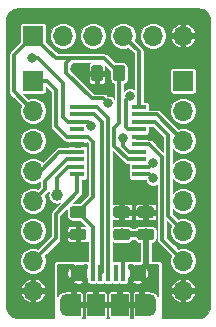
<source format=gbr>
G04 #@! TF.GenerationSoftware,KiCad,Pcbnew,(5.1.4)-1*
G04 #@! TF.CreationDate,2020-11-09T21:53:22-05:00*
G04 #@! TF.ProjectId,ft221x,66743232-3178-42e6-9b69-6361645f7063,2020-02*
G04 #@! TF.SameCoordinates,Original*
G04 #@! TF.FileFunction,Copper,L1,Top*
G04 #@! TF.FilePolarity,Positive*
%FSLAX46Y46*%
G04 Gerber Fmt 4.6, Leading zero omitted, Abs format (unit mm)*
G04 Created by KiCad (PCBNEW (5.1.4)-1) date 2020-11-09 21:53:22*
%MOMM*%
%LPD*%
G04 APERTURE LIST*
%ADD10O,1.700000X1.700000*%
%ADD11R,1.700000X1.700000*%
%ADD12C,1.000000*%
%ADD13C,0.100000*%
%ADD14C,0.975000*%
%ADD15R,1.200000X0.400000*%
%ADD16R,1.200000X1.900000*%
%ADD17O,1.200000X1.900000*%
%ADD18R,1.500000X1.900000*%
%ADD19C,1.450000*%
%ADD20R,0.400000X1.350000*%
%ADD21C,0.800000*%
%ADD22C,0.508000*%
%ADD23C,0.304800*%
%ADD24C,0.101600*%
%ADD25C,0.152400*%
G04 APERTURE END LIST*
D10*
X35560000Y-27940000D03*
X33020000Y-27940000D03*
X30480000Y-27940000D03*
X27940000Y-27940000D03*
X25400000Y-27940000D03*
D11*
X22860000Y-27940000D03*
D12*
X24892000Y-41402000D03*
D13*
G36*
X30833142Y-42391174D02*
G01*
X30856803Y-42394684D01*
X30880007Y-42400496D01*
X30902529Y-42408554D01*
X30924153Y-42418782D01*
X30944670Y-42431079D01*
X30963883Y-42445329D01*
X30981607Y-42461393D01*
X30997671Y-42479117D01*
X31011921Y-42498330D01*
X31024218Y-42518847D01*
X31034446Y-42540471D01*
X31042504Y-42562993D01*
X31048316Y-42586197D01*
X31051826Y-42609858D01*
X31053000Y-42633750D01*
X31053000Y-43121250D01*
X31051826Y-43145142D01*
X31048316Y-43168803D01*
X31042504Y-43192007D01*
X31034446Y-43214529D01*
X31024218Y-43236153D01*
X31011921Y-43256670D01*
X30997671Y-43275883D01*
X30981607Y-43293607D01*
X30963883Y-43309671D01*
X30944670Y-43323921D01*
X30924153Y-43336218D01*
X30902529Y-43346446D01*
X30880007Y-43354504D01*
X30856803Y-43360316D01*
X30833142Y-43363826D01*
X30809250Y-43365000D01*
X29896750Y-43365000D01*
X29872858Y-43363826D01*
X29849197Y-43360316D01*
X29825993Y-43354504D01*
X29803471Y-43346446D01*
X29781847Y-43336218D01*
X29761330Y-43323921D01*
X29742117Y-43309671D01*
X29724393Y-43293607D01*
X29708329Y-43275883D01*
X29694079Y-43256670D01*
X29681782Y-43236153D01*
X29671554Y-43214529D01*
X29663496Y-43192007D01*
X29657684Y-43168803D01*
X29654174Y-43145142D01*
X29653000Y-43121250D01*
X29653000Y-42633750D01*
X29654174Y-42609858D01*
X29657684Y-42586197D01*
X29663496Y-42562993D01*
X29671554Y-42540471D01*
X29681782Y-42518847D01*
X29694079Y-42498330D01*
X29708329Y-42479117D01*
X29724393Y-42461393D01*
X29742117Y-42445329D01*
X29761330Y-42431079D01*
X29781847Y-42418782D01*
X29803471Y-42408554D01*
X29825993Y-42400496D01*
X29849197Y-42394684D01*
X29872858Y-42391174D01*
X29896750Y-42390000D01*
X30809250Y-42390000D01*
X30833142Y-42391174D01*
X30833142Y-42391174D01*
G37*
D14*
X30353000Y-42877500D03*
D13*
G36*
X30833142Y-44266174D02*
G01*
X30856803Y-44269684D01*
X30880007Y-44275496D01*
X30902529Y-44283554D01*
X30924153Y-44293782D01*
X30944670Y-44306079D01*
X30963883Y-44320329D01*
X30981607Y-44336393D01*
X30997671Y-44354117D01*
X31011921Y-44373330D01*
X31024218Y-44393847D01*
X31034446Y-44415471D01*
X31042504Y-44437993D01*
X31048316Y-44461197D01*
X31051826Y-44484858D01*
X31053000Y-44508750D01*
X31053000Y-44996250D01*
X31051826Y-45020142D01*
X31048316Y-45043803D01*
X31042504Y-45067007D01*
X31034446Y-45089529D01*
X31024218Y-45111153D01*
X31011921Y-45131670D01*
X30997671Y-45150883D01*
X30981607Y-45168607D01*
X30963883Y-45184671D01*
X30944670Y-45198921D01*
X30924153Y-45211218D01*
X30902529Y-45221446D01*
X30880007Y-45229504D01*
X30856803Y-45235316D01*
X30833142Y-45238826D01*
X30809250Y-45240000D01*
X29896750Y-45240000D01*
X29872858Y-45238826D01*
X29849197Y-45235316D01*
X29825993Y-45229504D01*
X29803471Y-45221446D01*
X29781847Y-45211218D01*
X29761330Y-45198921D01*
X29742117Y-45184671D01*
X29724393Y-45168607D01*
X29708329Y-45150883D01*
X29694079Y-45131670D01*
X29681782Y-45111153D01*
X29671554Y-45089529D01*
X29663496Y-45067007D01*
X29657684Y-45043803D01*
X29654174Y-45020142D01*
X29653000Y-44996250D01*
X29653000Y-44508750D01*
X29654174Y-44484858D01*
X29657684Y-44461197D01*
X29663496Y-44437993D01*
X29671554Y-44415471D01*
X29681782Y-44393847D01*
X29694079Y-44373330D01*
X29708329Y-44354117D01*
X29724393Y-44336393D01*
X29742117Y-44320329D01*
X29761330Y-44306079D01*
X29781847Y-44293782D01*
X29803471Y-44283554D01*
X29825993Y-44275496D01*
X29849197Y-44269684D01*
X29872858Y-44266174D01*
X29896750Y-44265000D01*
X30809250Y-44265000D01*
X30833142Y-44266174D01*
X30833142Y-44266174D01*
G37*
D14*
X30353000Y-44752500D03*
D15*
X26610000Y-39687500D03*
X26610000Y-39052500D03*
X26610000Y-38417500D03*
X26610000Y-37782500D03*
X26610000Y-37147500D03*
X26610000Y-36512500D03*
X26610000Y-35877500D03*
X26610000Y-35242500D03*
X26610000Y-34607500D03*
X26610000Y-33972500D03*
X31810000Y-33972500D03*
X31810000Y-34607500D03*
X31810000Y-35242500D03*
X31810000Y-35877500D03*
X31810000Y-36512500D03*
X31810000Y-37147500D03*
X31810000Y-37782500D03*
X31810000Y-38417500D03*
X31810000Y-39052500D03*
X31810000Y-39687500D03*
D10*
X35560000Y-49530000D03*
X35560000Y-46990000D03*
X35560000Y-44450000D03*
X35560000Y-41910000D03*
X35560000Y-39370000D03*
X35560000Y-36830000D03*
X35560000Y-34290000D03*
D11*
X35560000Y-31750000D03*
D10*
X22860000Y-49530000D03*
X22860000Y-46990000D03*
X22860000Y-44450000D03*
X22860000Y-41910000D03*
X22860000Y-39370000D03*
X22860000Y-36830000D03*
X22860000Y-34290000D03*
D11*
X22860000Y-31750000D03*
D16*
X26310000Y-50767500D03*
X32110000Y-50767500D03*
D17*
X32710000Y-50767500D03*
X25710000Y-50767500D03*
D18*
X28210000Y-50767500D03*
D19*
X31710000Y-48067500D03*
D20*
X29210000Y-48067500D03*
X29860000Y-48067500D03*
X30510000Y-48067500D03*
X27910000Y-48067500D03*
X28560000Y-48067500D03*
D19*
X26710000Y-48067500D03*
D18*
X30210000Y-50767500D03*
D13*
G36*
X30415142Y-30416174D02*
G01*
X30438803Y-30419684D01*
X30462007Y-30425496D01*
X30484529Y-30433554D01*
X30506153Y-30443782D01*
X30526670Y-30456079D01*
X30545883Y-30470329D01*
X30563607Y-30486393D01*
X30579671Y-30504117D01*
X30593921Y-30523330D01*
X30606218Y-30543847D01*
X30616446Y-30565471D01*
X30624504Y-30587993D01*
X30630316Y-30611197D01*
X30633826Y-30634858D01*
X30635000Y-30658750D01*
X30635000Y-31571250D01*
X30633826Y-31595142D01*
X30630316Y-31618803D01*
X30624504Y-31642007D01*
X30616446Y-31664529D01*
X30606218Y-31686153D01*
X30593921Y-31706670D01*
X30579671Y-31725883D01*
X30563607Y-31743607D01*
X30545883Y-31759671D01*
X30526670Y-31773921D01*
X30506153Y-31786218D01*
X30484529Y-31796446D01*
X30462007Y-31804504D01*
X30438803Y-31810316D01*
X30415142Y-31813826D01*
X30391250Y-31815000D01*
X29903750Y-31815000D01*
X29879858Y-31813826D01*
X29856197Y-31810316D01*
X29832993Y-31804504D01*
X29810471Y-31796446D01*
X29788847Y-31786218D01*
X29768330Y-31773921D01*
X29749117Y-31759671D01*
X29731393Y-31743607D01*
X29715329Y-31725883D01*
X29701079Y-31706670D01*
X29688782Y-31686153D01*
X29678554Y-31664529D01*
X29670496Y-31642007D01*
X29664684Y-31618803D01*
X29661174Y-31595142D01*
X29660000Y-31571250D01*
X29660000Y-30658750D01*
X29661174Y-30634858D01*
X29664684Y-30611197D01*
X29670496Y-30587993D01*
X29678554Y-30565471D01*
X29688782Y-30543847D01*
X29701079Y-30523330D01*
X29715329Y-30504117D01*
X29731393Y-30486393D01*
X29749117Y-30470329D01*
X29768330Y-30456079D01*
X29788847Y-30443782D01*
X29810471Y-30433554D01*
X29832993Y-30425496D01*
X29856197Y-30419684D01*
X29879858Y-30416174D01*
X29903750Y-30415000D01*
X30391250Y-30415000D01*
X30415142Y-30416174D01*
X30415142Y-30416174D01*
G37*
D14*
X30147500Y-31115000D03*
D13*
G36*
X28540142Y-30416174D02*
G01*
X28563803Y-30419684D01*
X28587007Y-30425496D01*
X28609529Y-30433554D01*
X28631153Y-30443782D01*
X28651670Y-30456079D01*
X28670883Y-30470329D01*
X28688607Y-30486393D01*
X28704671Y-30504117D01*
X28718921Y-30523330D01*
X28731218Y-30543847D01*
X28741446Y-30565471D01*
X28749504Y-30587993D01*
X28755316Y-30611197D01*
X28758826Y-30634858D01*
X28760000Y-30658750D01*
X28760000Y-31571250D01*
X28758826Y-31595142D01*
X28755316Y-31618803D01*
X28749504Y-31642007D01*
X28741446Y-31664529D01*
X28731218Y-31686153D01*
X28718921Y-31706670D01*
X28704671Y-31725883D01*
X28688607Y-31743607D01*
X28670883Y-31759671D01*
X28651670Y-31773921D01*
X28631153Y-31786218D01*
X28609529Y-31796446D01*
X28587007Y-31804504D01*
X28563803Y-31810316D01*
X28540142Y-31813826D01*
X28516250Y-31815000D01*
X28028750Y-31815000D01*
X28004858Y-31813826D01*
X27981197Y-31810316D01*
X27957993Y-31804504D01*
X27935471Y-31796446D01*
X27913847Y-31786218D01*
X27893330Y-31773921D01*
X27874117Y-31759671D01*
X27856393Y-31743607D01*
X27840329Y-31725883D01*
X27826079Y-31706670D01*
X27813782Y-31686153D01*
X27803554Y-31664529D01*
X27795496Y-31642007D01*
X27789684Y-31618803D01*
X27786174Y-31595142D01*
X27785000Y-31571250D01*
X27785000Y-30658750D01*
X27786174Y-30634858D01*
X27789684Y-30611197D01*
X27795496Y-30587993D01*
X27803554Y-30565471D01*
X27813782Y-30543847D01*
X27826079Y-30523330D01*
X27840329Y-30504117D01*
X27856393Y-30486393D01*
X27874117Y-30470329D01*
X27893330Y-30456079D01*
X27913847Y-30443782D01*
X27935471Y-30433554D01*
X27957993Y-30425496D01*
X27981197Y-30419684D01*
X28004858Y-30416174D01*
X28028750Y-30415000D01*
X28516250Y-30415000D01*
X28540142Y-30416174D01*
X28540142Y-30416174D01*
G37*
D14*
X28272500Y-31115000D03*
D13*
G36*
X27150142Y-42391174D02*
G01*
X27173803Y-42394684D01*
X27197007Y-42400496D01*
X27219529Y-42408554D01*
X27241153Y-42418782D01*
X27261670Y-42431079D01*
X27280883Y-42445329D01*
X27298607Y-42461393D01*
X27314671Y-42479117D01*
X27328921Y-42498330D01*
X27341218Y-42518847D01*
X27351446Y-42540471D01*
X27359504Y-42562993D01*
X27365316Y-42586197D01*
X27368826Y-42609858D01*
X27370000Y-42633750D01*
X27370000Y-43121250D01*
X27368826Y-43145142D01*
X27365316Y-43168803D01*
X27359504Y-43192007D01*
X27351446Y-43214529D01*
X27341218Y-43236153D01*
X27328921Y-43256670D01*
X27314671Y-43275883D01*
X27298607Y-43293607D01*
X27280883Y-43309671D01*
X27261670Y-43323921D01*
X27241153Y-43336218D01*
X27219529Y-43346446D01*
X27197007Y-43354504D01*
X27173803Y-43360316D01*
X27150142Y-43363826D01*
X27126250Y-43365000D01*
X26213750Y-43365000D01*
X26189858Y-43363826D01*
X26166197Y-43360316D01*
X26142993Y-43354504D01*
X26120471Y-43346446D01*
X26098847Y-43336218D01*
X26078330Y-43323921D01*
X26059117Y-43309671D01*
X26041393Y-43293607D01*
X26025329Y-43275883D01*
X26011079Y-43256670D01*
X25998782Y-43236153D01*
X25988554Y-43214529D01*
X25980496Y-43192007D01*
X25974684Y-43168803D01*
X25971174Y-43145142D01*
X25970000Y-43121250D01*
X25970000Y-42633750D01*
X25971174Y-42609858D01*
X25974684Y-42586197D01*
X25980496Y-42562993D01*
X25988554Y-42540471D01*
X25998782Y-42518847D01*
X26011079Y-42498330D01*
X26025329Y-42479117D01*
X26041393Y-42461393D01*
X26059117Y-42445329D01*
X26078330Y-42431079D01*
X26098847Y-42418782D01*
X26120471Y-42408554D01*
X26142993Y-42400496D01*
X26166197Y-42394684D01*
X26189858Y-42391174D01*
X26213750Y-42390000D01*
X27126250Y-42390000D01*
X27150142Y-42391174D01*
X27150142Y-42391174D01*
G37*
D14*
X26670000Y-42877500D03*
D13*
G36*
X27150142Y-44266174D02*
G01*
X27173803Y-44269684D01*
X27197007Y-44275496D01*
X27219529Y-44283554D01*
X27241153Y-44293782D01*
X27261670Y-44306079D01*
X27280883Y-44320329D01*
X27298607Y-44336393D01*
X27314671Y-44354117D01*
X27328921Y-44373330D01*
X27341218Y-44393847D01*
X27351446Y-44415471D01*
X27359504Y-44437993D01*
X27365316Y-44461197D01*
X27368826Y-44484858D01*
X27370000Y-44508750D01*
X27370000Y-44996250D01*
X27368826Y-45020142D01*
X27365316Y-45043803D01*
X27359504Y-45067007D01*
X27351446Y-45089529D01*
X27341218Y-45111153D01*
X27328921Y-45131670D01*
X27314671Y-45150883D01*
X27298607Y-45168607D01*
X27280883Y-45184671D01*
X27261670Y-45198921D01*
X27241153Y-45211218D01*
X27219529Y-45221446D01*
X27197007Y-45229504D01*
X27173803Y-45235316D01*
X27150142Y-45238826D01*
X27126250Y-45240000D01*
X26213750Y-45240000D01*
X26189858Y-45238826D01*
X26166197Y-45235316D01*
X26142993Y-45229504D01*
X26120471Y-45221446D01*
X26098847Y-45211218D01*
X26078330Y-45198921D01*
X26059117Y-45184671D01*
X26041393Y-45168607D01*
X26025329Y-45150883D01*
X26011079Y-45131670D01*
X25998782Y-45111153D01*
X25988554Y-45089529D01*
X25980496Y-45067007D01*
X25974684Y-45043803D01*
X25971174Y-45020142D01*
X25970000Y-44996250D01*
X25970000Y-44508750D01*
X25971174Y-44484858D01*
X25974684Y-44461197D01*
X25980496Y-44437993D01*
X25988554Y-44415471D01*
X25998782Y-44393847D01*
X26011079Y-44373330D01*
X26025329Y-44354117D01*
X26041393Y-44336393D01*
X26059117Y-44320329D01*
X26078330Y-44306079D01*
X26098847Y-44293782D01*
X26120471Y-44283554D01*
X26142993Y-44275496D01*
X26166197Y-44269684D01*
X26189858Y-44266174D01*
X26213750Y-44265000D01*
X27126250Y-44265000D01*
X27150142Y-44266174D01*
X27150142Y-44266174D01*
G37*
D14*
X26670000Y-44752500D03*
D13*
G36*
X32865142Y-44266174D02*
G01*
X32888803Y-44269684D01*
X32912007Y-44275496D01*
X32934529Y-44283554D01*
X32956153Y-44293782D01*
X32976670Y-44306079D01*
X32995883Y-44320329D01*
X33013607Y-44336393D01*
X33029671Y-44354117D01*
X33043921Y-44373330D01*
X33056218Y-44393847D01*
X33066446Y-44415471D01*
X33074504Y-44437993D01*
X33080316Y-44461197D01*
X33083826Y-44484858D01*
X33085000Y-44508750D01*
X33085000Y-44996250D01*
X33083826Y-45020142D01*
X33080316Y-45043803D01*
X33074504Y-45067007D01*
X33066446Y-45089529D01*
X33056218Y-45111153D01*
X33043921Y-45131670D01*
X33029671Y-45150883D01*
X33013607Y-45168607D01*
X32995883Y-45184671D01*
X32976670Y-45198921D01*
X32956153Y-45211218D01*
X32934529Y-45221446D01*
X32912007Y-45229504D01*
X32888803Y-45235316D01*
X32865142Y-45238826D01*
X32841250Y-45240000D01*
X31928750Y-45240000D01*
X31904858Y-45238826D01*
X31881197Y-45235316D01*
X31857993Y-45229504D01*
X31835471Y-45221446D01*
X31813847Y-45211218D01*
X31793330Y-45198921D01*
X31774117Y-45184671D01*
X31756393Y-45168607D01*
X31740329Y-45150883D01*
X31726079Y-45131670D01*
X31713782Y-45111153D01*
X31703554Y-45089529D01*
X31695496Y-45067007D01*
X31689684Y-45043803D01*
X31686174Y-45020142D01*
X31685000Y-44996250D01*
X31685000Y-44508750D01*
X31686174Y-44484858D01*
X31689684Y-44461197D01*
X31695496Y-44437993D01*
X31703554Y-44415471D01*
X31713782Y-44393847D01*
X31726079Y-44373330D01*
X31740329Y-44354117D01*
X31756393Y-44336393D01*
X31774117Y-44320329D01*
X31793330Y-44306079D01*
X31813847Y-44293782D01*
X31835471Y-44283554D01*
X31857993Y-44275496D01*
X31881197Y-44269684D01*
X31904858Y-44266174D01*
X31928750Y-44265000D01*
X32841250Y-44265000D01*
X32865142Y-44266174D01*
X32865142Y-44266174D01*
G37*
D14*
X32385000Y-44752500D03*
D13*
G36*
X32865142Y-42391174D02*
G01*
X32888803Y-42394684D01*
X32912007Y-42400496D01*
X32934529Y-42408554D01*
X32956153Y-42418782D01*
X32976670Y-42431079D01*
X32995883Y-42445329D01*
X33013607Y-42461393D01*
X33029671Y-42479117D01*
X33043921Y-42498330D01*
X33056218Y-42518847D01*
X33066446Y-42540471D01*
X33074504Y-42562993D01*
X33080316Y-42586197D01*
X33083826Y-42609858D01*
X33085000Y-42633750D01*
X33085000Y-43121250D01*
X33083826Y-43145142D01*
X33080316Y-43168803D01*
X33074504Y-43192007D01*
X33066446Y-43214529D01*
X33056218Y-43236153D01*
X33043921Y-43256670D01*
X33029671Y-43275883D01*
X33013607Y-43293607D01*
X32995883Y-43309671D01*
X32976670Y-43323921D01*
X32956153Y-43336218D01*
X32934529Y-43346446D01*
X32912007Y-43354504D01*
X32888803Y-43360316D01*
X32865142Y-43363826D01*
X32841250Y-43365000D01*
X31928750Y-43365000D01*
X31904858Y-43363826D01*
X31881197Y-43360316D01*
X31857993Y-43354504D01*
X31835471Y-43346446D01*
X31813847Y-43336218D01*
X31793330Y-43323921D01*
X31774117Y-43309671D01*
X31756393Y-43293607D01*
X31740329Y-43275883D01*
X31726079Y-43256670D01*
X31713782Y-43236153D01*
X31703554Y-43214529D01*
X31695496Y-43192007D01*
X31689684Y-43168803D01*
X31686174Y-43145142D01*
X31685000Y-43121250D01*
X31685000Y-42633750D01*
X31686174Y-42609858D01*
X31689684Y-42586197D01*
X31695496Y-42562993D01*
X31703554Y-42540471D01*
X31713782Y-42518847D01*
X31726079Y-42498330D01*
X31740329Y-42479117D01*
X31756393Y-42461393D01*
X31774117Y-42445329D01*
X31793330Y-42431079D01*
X31813847Y-42418782D01*
X31835471Y-42408554D01*
X31857993Y-42400496D01*
X31881197Y-42394684D01*
X31904858Y-42391174D01*
X31928750Y-42390000D01*
X32841250Y-42390000D01*
X32865142Y-42391174D01*
X32865142Y-42391174D01*
G37*
D14*
X32385000Y-42877500D03*
D21*
X30480000Y-46228000D03*
X26416000Y-30734000D03*
X33274000Y-36576000D03*
X26670000Y-46228000D03*
X29210000Y-33655000D03*
X22733000Y-29845000D03*
X27807590Y-35560000D03*
X31057600Y-33020000D03*
X33020000Y-40005000D03*
X33020000Y-38735000D03*
X30480000Y-36576000D03*
D22*
X32385000Y-47392500D02*
X31710000Y-48067500D01*
X32385000Y-44752500D02*
X32385000Y-47392500D01*
X30353000Y-44752500D02*
X32385000Y-44752500D01*
D23*
X30510000Y-48067500D02*
X30510000Y-46258000D01*
X30510000Y-46258000D02*
X30480000Y-46228000D01*
X26797000Y-31115000D02*
X26416000Y-30734000D01*
X28272500Y-31115000D02*
X26797000Y-31115000D01*
X31810000Y-36512500D02*
X33210500Y-36512500D01*
X33210500Y-36512500D02*
X33274000Y-36576000D01*
X27910000Y-44117500D02*
X26670000Y-42877500D01*
X27910000Y-48067500D02*
X27910000Y-44117500D01*
X27514800Y-36512500D02*
X26610000Y-36512500D01*
X27940000Y-36937700D02*
X27514800Y-36512500D01*
X26670000Y-42877500D02*
X27940000Y-41607500D01*
X27940000Y-41607500D02*
X27940000Y-36937700D01*
X25705200Y-36512500D02*
X26610000Y-36512500D01*
X24765000Y-35572300D02*
X25705200Y-36512500D01*
X24765000Y-32500200D02*
X24765000Y-35572300D01*
X22860000Y-31750000D02*
X24014800Y-31750000D01*
X24014800Y-31750000D02*
X24765000Y-32500200D01*
X24130000Y-29210000D02*
X22860000Y-27940000D01*
X24765000Y-29845000D02*
X24130000Y-29210000D01*
X30147500Y-31115000D02*
X28877500Y-29845000D01*
X21209000Y-29591000D02*
X22860000Y-27940000D01*
X22860000Y-34290000D02*
X21209000Y-32639000D01*
X21209000Y-32639000D02*
X21209000Y-29591000D01*
X25781000Y-29845000D02*
X24765000Y-29845000D01*
X28877500Y-29845000D02*
X26289000Y-29845000D01*
X27823447Y-33255001D02*
X25654000Y-31085554D01*
X29210000Y-33655000D02*
X28810001Y-33255001D01*
X28810001Y-33255001D02*
X27823447Y-33255001D01*
X25654000Y-30226000D02*
X26035000Y-29845000D01*
X25654000Y-31085554D02*
X25654000Y-30226000D01*
X26289000Y-29845000D02*
X26035000Y-29845000D01*
X26035000Y-29845000D02*
X25781000Y-29845000D01*
X30147500Y-35300750D02*
X30147500Y-31115000D01*
X29727599Y-35720651D02*
X30147500Y-35300750D01*
X29727599Y-37239899D02*
X29727599Y-35720651D01*
X31810000Y-38417500D02*
X30905200Y-38417500D01*
X30905200Y-38417500D02*
X29727599Y-37239899D01*
X27514800Y-33972500D02*
X26610000Y-33972500D01*
X28257500Y-33972500D02*
X27514800Y-33972500D01*
X29210000Y-48067500D02*
X29210000Y-34925000D01*
X29210000Y-34925000D02*
X28257500Y-33972500D01*
X28028150Y-34607500D02*
X26610000Y-34607500D01*
X28657599Y-35236949D02*
X28028150Y-34607500D01*
X28560000Y-48067500D02*
X28657599Y-47969901D01*
X28657599Y-47969901D02*
X28657599Y-35236949D01*
X23709999Y-46140001D02*
X22860000Y-46990000D01*
X24765000Y-45085000D02*
X23709999Y-46140001D01*
X24765000Y-43053000D02*
X24765000Y-45085000D01*
X26610000Y-39687500D02*
X26610000Y-41208000D01*
X26610000Y-41208000D02*
X24765000Y-43053000D01*
X31810000Y-29270000D02*
X31810000Y-33972500D01*
X30480000Y-27940000D02*
X31810000Y-29270000D01*
X23495000Y-39370000D02*
X22860000Y-39370000D01*
X26610000Y-37782500D02*
X25082500Y-37782500D01*
X25082500Y-37782500D02*
X23495000Y-39370000D01*
X23876000Y-40894000D02*
X22860000Y-41910000D01*
X23876000Y-40259000D02*
X23876000Y-40894000D01*
X26610000Y-38417500D02*
X25717500Y-38417500D01*
X25717500Y-38417500D02*
X23876000Y-40259000D01*
X23289322Y-29845000D02*
X22733000Y-29845000D01*
X25400000Y-31955678D02*
X23289322Y-29845000D01*
X25400000Y-34831822D02*
X25400000Y-31955678D01*
X26610000Y-35242500D02*
X25810678Y-35242500D01*
X25810678Y-35242500D02*
X25400000Y-34831822D01*
X27807590Y-35535290D02*
X27807590Y-35560000D01*
X26610000Y-35242500D02*
X27514800Y-35242500D01*
X27514800Y-35242500D02*
X27807590Y-35535290D01*
X34710001Y-46140001D02*
X35560000Y-46990000D01*
X33785190Y-45215190D02*
X34710001Y-46140001D01*
X33785190Y-38217890D02*
X33785190Y-45215190D01*
X32714800Y-37147500D02*
X33785190Y-38217890D01*
X31810000Y-37147500D02*
X32714800Y-37147500D01*
X34290000Y-43180000D02*
X35560000Y-44450000D01*
X34290000Y-36315850D02*
X34290000Y-43180000D01*
X31810000Y-35242500D02*
X33216650Y-35242500D01*
X33216650Y-35242500D02*
X34290000Y-36315850D01*
X30905200Y-35877500D02*
X30734000Y-35706300D01*
X31810000Y-35877500D02*
X30905200Y-35877500D01*
X30734000Y-35706300D02*
X30734000Y-33343600D01*
X30734000Y-33343600D02*
X31057600Y-33020000D01*
X31810000Y-39687500D02*
X32702500Y-39687500D01*
X32702500Y-39687500D02*
X33020000Y-40005000D01*
X33337500Y-34607500D02*
X35560000Y-36830000D01*
X31810000Y-34607500D02*
X33337500Y-34607500D01*
X31810000Y-39052500D02*
X32702500Y-39052500D01*
X32702500Y-39052500D02*
X33020000Y-38735000D01*
X30480000Y-37141685D02*
X30480000Y-36576000D01*
X30480000Y-37278392D02*
X30480000Y-37141685D01*
X30984108Y-37782500D02*
X30480000Y-37278392D01*
X31810000Y-37782500D02*
X30984108Y-37782500D01*
X24892000Y-40694894D02*
X24892000Y-41402000D01*
X24892000Y-39971178D02*
X24892000Y-40694894D01*
X25810678Y-39052500D02*
X24892000Y-39971178D01*
X26610000Y-39052500D02*
X25810678Y-39052500D01*
D24*
G36*
X37032142Y-25649116D02*
G01*
X37226578Y-25707819D01*
X37405915Y-25803174D01*
X37563319Y-25931548D01*
X37692782Y-26088043D01*
X37789387Y-26266707D01*
X37849449Y-26460739D01*
X37871801Y-26673400D01*
X37871799Y-50788837D01*
X37850884Y-51002142D01*
X37792181Y-51196579D01*
X37696826Y-51375915D01*
X37568454Y-51533316D01*
X37411957Y-51662782D01*
X37233289Y-51759388D01*
X37039262Y-51819449D01*
X36826610Y-51841800D01*
X33778800Y-51841800D01*
X33778800Y-49892360D01*
X34571098Y-49892360D01*
X34604506Y-49973038D01*
X34709298Y-50150933D01*
X34846782Y-50304966D01*
X35011675Y-50429217D01*
X35197639Y-50518912D01*
X35356800Y-50512623D01*
X35356800Y-49733200D01*
X35763200Y-49733200D01*
X35763200Y-50512623D01*
X35922361Y-50518912D01*
X36108325Y-50429217D01*
X36273218Y-50304966D01*
X36410702Y-50150933D01*
X36515494Y-49973038D01*
X36548902Y-49892360D01*
X36541588Y-49733200D01*
X35763200Y-49733200D01*
X35356800Y-49733200D01*
X34578412Y-49733200D01*
X34571098Y-49892360D01*
X33778800Y-49892360D01*
X33778800Y-49167640D01*
X34571098Y-49167640D01*
X34578412Y-49326800D01*
X35356800Y-49326800D01*
X35356800Y-48547377D01*
X35763200Y-48547377D01*
X35763200Y-49326800D01*
X36541588Y-49326800D01*
X36548902Y-49167640D01*
X36515494Y-49086962D01*
X36410702Y-48909067D01*
X36273218Y-48755034D01*
X36108325Y-48630783D01*
X35922361Y-48541088D01*
X35763200Y-48547377D01*
X35356800Y-48547377D01*
X35197639Y-48541088D01*
X35011675Y-48630783D01*
X34846782Y-48755034D01*
X34709298Y-48909067D01*
X34604506Y-49086962D01*
X34571098Y-49167640D01*
X33778800Y-49167640D01*
X33778800Y-47244000D01*
X33773981Y-47195071D01*
X33759709Y-47148023D01*
X33736533Y-47104663D01*
X33705342Y-47066658D01*
X33667337Y-47035467D01*
X33623977Y-47012291D01*
X33576929Y-46998019D01*
X33528000Y-46993200D01*
X32889800Y-46993200D01*
X32889800Y-45487231D01*
X32937969Y-45482487D01*
X33030970Y-45454275D01*
X33116681Y-45408462D01*
X33191807Y-45346807D01*
X33253462Y-45271681D01*
X33299275Y-45185970D01*
X33327487Y-45092969D01*
X33337013Y-44996250D01*
X33337013Y-44508750D01*
X33327487Y-44412031D01*
X33299275Y-44319030D01*
X33253462Y-44233319D01*
X33191807Y-44158193D01*
X33116681Y-44096538D01*
X33030970Y-44050725D01*
X32937969Y-44022513D01*
X32841250Y-44012987D01*
X31928750Y-44012987D01*
X31832031Y-44022513D01*
X31739030Y-44050725D01*
X31653319Y-44096538D01*
X31578193Y-44158193D01*
X31516538Y-44233319D01*
X31508851Y-44247700D01*
X31229149Y-44247700D01*
X31221462Y-44233319D01*
X31159807Y-44158193D01*
X31084681Y-44096538D01*
X30998970Y-44050725D01*
X30905969Y-44022513D01*
X30809250Y-44012987D01*
X29896750Y-44012987D01*
X29800031Y-44022513D01*
X29707030Y-44050725D01*
X29621319Y-44096538D01*
X29613200Y-44103201D01*
X29613200Y-43565263D01*
X29653000Y-43569183D01*
X30099000Y-43568200D01*
X30149800Y-43517400D01*
X30149800Y-43080700D01*
X30556200Y-43080700D01*
X30556200Y-43517400D01*
X30607000Y-43568200D01*
X31053000Y-43569183D01*
X31092834Y-43565260D01*
X31131137Y-43553640D01*
X31166438Y-43534772D01*
X31197379Y-43509379D01*
X31222772Y-43478438D01*
X31241640Y-43443137D01*
X31253260Y-43404834D01*
X31257183Y-43365000D01*
X31480817Y-43365000D01*
X31484740Y-43404834D01*
X31496360Y-43443137D01*
X31515228Y-43478438D01*
X31540621Y-43509379D01*
X31571562Y-43534772D01*
X31606863Y-43553640D01*
X31645166Y-43565260D01*
X31685000Y-43569183D01*
X32131000Y-43568200D01*
X32181800Y-43517400D01*
X32181800Y-43080700D01*
X32588200Y-43080700D01*
X32588200Y-43517400D01*
X32639000Y-43568200D01*
X33085000Y-43569183D01*
X33124834Y-43565260D01*
X33163137Y-43553640D01*
X33198438Y-43534772D01*
X33229379Y-43509379D01*
X33254772Y-43478438D01*
X33273640Y-43443137D01*
X33285260Y-43404834D01*
X33289183Y-43365000D01*
X33288200Y-43131500D01*
X33237400Y-43080700D01*
X32588200Y-43080700D01*
X32181800Y-43080700D01*
X31532600Y-43080700D01*
X31481800Y-43131500D01*
X31480817Y-43365000D01*
X31257183Y-43365000D01*
X31256200Y-43131500D01*
X31205400Y-43080700D01*
X30556200Y-43080700D01*
X30149800Y-43080700D01*
X30129800Y-43080700D01*
X30129800Y-42674300D01*
X30149800Y-42674300D01*
X30149800Y-42237600D01*
X30556200Y-42237600D01*
X30556200Y-42674300D01*
X31205400Y-42674300D01*
X31256200Y-42623500D01*
X31257183Y-42390000D01*
X31480817Y-42390000D01*
X31481800Y-42623500D01*
X31532600Y-42674300D01*
X32181800Y-42674300D01*
X32181800Y-42237600D01*
X32588200Y-42237600D01*
X32588200Y-42674300D01*
X33237400Y-42674300D01*
X33288200Y-42623500D01*
X33289183Y-42390000D01*
X33285260Y-42350166D01*
X33273640Y-42311863D01*
X33254772Y-42276562D01*
X33229379Y-42245621D01*
X33198438Y-42220228D01*
X33163137Y-42201360D01*
X33124834Y-42189740D01*
X33085000Y-42185817D01*
X32639000Y-42186800D01*
X32588200Y-42237600D01*
X32181800Y-42237600D01*
X32131000Y-42186800D01*
X31685000Y-42185817D01*
X31645166Y-42189740D01*
X31606863Y-42201360D01*
X31571562Y-42220228D01*
X31540621Y-42245621D01*
X31515228Y-42276562D01*
X31496360Y-42311863D01*
X31484740Y-42350166D01*
X31480817Y-42390000D01*
X31257183Y-42390000D01*
X31253260Y-42350166D01*
X31241640Y-42311863D01*
X31222772Y-42276562D01*
X31197379Y-42245621D01*
X31166438Y-42220228D01*
X31131137Y-42201360D01*
X31092834Y-42189740D01*
X31053000Y-42185817D01*
X30607000Y-42186800D01*
X30556200Y-42237600D01*
X30149800Y-42237600D01*
X30099000Y-42186800D01*
X29653000Y-42185817D01*
X29613200Y-42189737D01*
X29613200Y-37695710D01*
X30606096Y-38688607D01*
X30618716Y-38703984D01*
X30680111Y-38754370D01*
X30750156Y-38791810D01*
X30826159Y-38814865D01*
X30885402Y-38820700D01*
X30885411Y-38820700D01*
X30905199Y-38822649D01*
X30924987Y-38820700D01*
X30961119Y-38820700D01*
X30957987Y-38852500D01*
X30957987Y-39252500D01*
X30962829Y-39301665D01*
X30977170Y-39348941D01*
X30988426Y-39370000D01*
X30977170Y-39391059D01*
X30962829Y-39438335D01*
X30957987Y-39487500D01*
X30957987Y-39887500D01*
X30962829Y-39936665D01*
X30977170Y-39983941D01*
X31000459Y-40027511D01*
X31031800Y-40065700D01*
X31069989Y-40097041D01*
X31113559Y-40120330D01*
X31160835Y-40134671D01*
X31210000Y-40139513D01*
X32383206Y-40139513D01*
X32394210Y-40194831D01*
X32443268Y-40313269D01*
X32514491Y-40419861D01*
X32605139Y-40510509D01*
X32711731Y-40581732D01*
X32830169Y-40630790D01*
X32955902Y-40655800D01*
X33084098Y-40655800D01*
X33209831Y-40630790D01*
X33328269Y-40581732D01*
X33381990Y-40545836D01*
X33381991Y-45195389D01*
X33380041Y-45215190D01*
X33387825Y-45294231D01*
X33410881Y-45370234D01*
X33448321Y-45440279D01*
X33482961Y-45482487D01*
X33498707Y-45501674D01*
X33514082Y-45514292D01*
X34438894Y-46439105D01*
X34438899Y-46439109D01*
X34547973Y-46548183D01*
X34538073Y-46566704D01*
X34475128Y-46774206D01*
X34453874Y-46990000D01*
X34475128Y-47205794D01*
X34538073Y-47413296D01*
X34640290Y-47604531D01*
X34777851Y-47772149D01*
X34945469Y-47909710D01*
X35136704Y-48011927D01*
X35344206Y-48074872D01*
X35505925Y-48090800D01*
X35614075Y-48090800D01*
X35775794Y-48074872D01*
X35983296Y-48011927D01*
X36174531Y-47909710D01*
X36342149Y-47772149D01*
X36479710Y-47604531D01*
X36581927Y-47413296D01*
X36644872Y-47205794D01*
X36666126Y-46990000D01*
X36644872Y-46774206D01*
X36581927Y-46566704D01*
X36479710Y-46375469D01*
X36342149Y-46207851D01*
X36174531Y-46070290D01*
X35983296Y-45968073D01*
X35775794Y-45905128D01*
X35614075Y-45889200D01*
X35505925Y-45889200D01*
X35344206Y-45905128D01*
X35136704Y-45968073D01*
X35118183Y-45977973D01*
X35009109Y-45868899D01*
X35009105Y-45868894D01*
X34188390Y-45048180D01*
X34188390Y-43648600D01*
X34547973Y-44008183D01*
X34538073Y-44026704D01*
X34475128Y-44234206D01*
X34453874Y-44450000D01*
X34475128Y-44665794D01*
X34538073Y-44873296D01*
X34640290Y-45064531D01*
X34777851Y-45232149D01*
X34945469Y-45369710D01*
X35136704Y-45471927D01*
X35344206Y-45534872D01*
X35505925Y-45550800D01*
X35614075Y-45550800D01*
X35775794Y-45534872D01*
X35983296Y-45471927D01*
X36174531Y-45369710D01*
X36342149Y-45232149D01*
X36479710Y-45064531D01*
X36581927Y-44873296D01*
X36644872Y-44665794D01*
X36666126Y-44450000D01*
X36644872Y-44234206D01*
X36581927Y-44026704D01*
X36479710Y-43835469D01*
X36342149Y-43667851D01*
X36174531Y-43530290D01*
X35983296Y-43428073D01*
X35775794Y-43365128D01*
X35614075Y-43349200D01*
X35505925Y-43349200D01*
X35344206Y-43365128D01*
X35136704Y-43428073D01*
X35118183Y-43437973D01*
X34693200Y-43012990D01*
X34693200Y-42589002D01*
X34777851Y-42692149D01*
X34945469Y-42829710D01*
X35136704Y-42931927D01*
X35344206Y-42994872D01*
X35505925Y-43010800D01*
X35614075Y-43010800D01*
X35775794Y-42994872D01*
X35983296Y-42931927D01*
X36174531Y-42829710D01*
X36342149Y-42692149D01*
X36479710Y-42524531D01*
X36581927Y-42333296D01*
X36644872Y-42125794D01*
X36666126Y-41910000D01*
X36644872Y-41694206D01*
X36581927Y-41486704D01*
X36479710Y-41295469D01*
X36342149Y-41127851D01*
X36174531Y-40990290D01*
X35983296Y-40888073D01*
X35775794Y-40825128D01*
X35614075Y-40809200D01*
X35505925Y-40809200D01*
X35344206Y-40825128D01*
X35136704Y-40888073D01*
X34945469Y-40990290D01*
X34777851Y-41127851D01*
X34693200Y-41230998D01*
X34693200Y-40049002D01*
X34777851Y-40152149D01*
X34945469Y-40289710D01*
X35136704Y-40391927D01*
X35344206Y-40454872D01*
X35505925Y-40470800D01*
X35614075Y-40470800D01*
X35775794Y-40454872D01*
X35983296Y-40391927D01*
X36174531Y-40289710D01*
X36342149Y-40152149D01*
X36479710Y-39984531D01*
X36581927Y-39793296D01*
X36644872Y-39585794D01*
X36666126Y-39370000D01*
X36644872Y-39154206D01*
X36581927Y-38946704D01*
X36479710Y-38755469D01*
X36342149Y-38587851D01*
X36174531Y-38450290D01*
X35983296Y-38348073D01*
X35775794Y-38285128D01*
X35614075Y-38269200D01*
X35505925Y-38269200D01*
X35344206Y-38285128D01*
X35136704Y-38348073D01*
X34945469Y-38450290D01*
X34777851Y-38587851D01*
X34693200Y-38690998D01*
X34693200Y-37509002D01*
X34777851Y-37612149D01*
X34945469Y-37749710D01*
X35136704Y-37851927D01*
X35344206Y-37914872D01*
X35505925Y-37930800D01*
X35614075Y-37930800D01*
X35775794Y-37914872D01*
X35983296Y-37851927D01*
X36174531Y-37749710D01*
X36342149Y-37612149D01*
X36479710Y-37444531D01*
X36581927Y-37253296D01*
X36644872Y-37045794D01*
X36666126Y-36830000D01*
X36644872Y-36614206D01*
X36581927Y-36406704D01*
X36479710Y-36215469D01*
X36342149Y-36047851D01*
X36174531Y-35910290D01*
X35983296Y-35808073D01*
X35775794Y-35745128D01*
X35614075Y-35729200D01*
X35505925Y-35729200D01*
X35344206Y-35745128D01*
X35136704Y-35808073D01*
X35118183Y-35817973D01*
X33636607Y-34336397D01*
X33623984Y-34321016D01*
X33586192Y-34290000D01*
X34453874Y-34290000D01*
X34475128Y-34505794D01*
X34538073Y-34713296D01*
X34640290Y-34904531D01*
X34777851Y-35072149D01*
X34945469Y-35209710D01*
X35136704Y-35311927D01*
X35344206Y-35374872D01*
X35505925Y-35390800D01*
X35614075Y-35390800D01*
X35775794Y-35374872D01*
X35983296Y-35311927D01*
X36174531Y-35209710D01*
X36342149Y-35072149D01*
X36479710Y-34904531D01*
X36581927Y-34713296D01*
X36644872Y-34505794D01*
X36666126Y-34290000D01*
X36644872Y-34074206D01*
X36581927Y-33866704D01*
X36479710Y-33675469D01*
X36342149Y-33507851D01*
X36174531Y-33370290D01*
X35983296Y-33268073D01*
X35775794Y-33205128D01*
X35614075Y-33189200D01*
X35505925Y-33189200D01*
X35344206Y-33205128D01*
X35136704Y-33268073D01*
X34945469Y-33370290D01*
X34777851Y-33507851D01*
X34640290Y-33675469D01*
X34538073Y-33866704D01*
X34475128Y-34074206D01*
X34453874Y-34290000D01*
X33586192Y-34290000D01*
X33562589Y-34270630D01*
X33492544Y-34233190D01*
X33416541Y-34210135D01*
X33357298Y-34204300D01*
X33357291Y-34204300D01*
X33337500Y-34202351D01*
X33317709Y-34204300D01*
X32658881Y-34204300D01*
X32662013Y-34172500D01*
X32662013Y-33772500D01*
X32657171Y-33723335D01*
X32642830Y-33676059D01*
X32619541Y-33632489D01*
X32588200Y-33594300D01*
X32550011Y-33562959D01*
X32506441Y-33539670D01*
X32459165Y-33525329D01*
X32410000Y-33520487D01*
X32213200Y-33520487D01*
X32213200Y-30900000D01*
X34457987Y-30900000D01*
X34457987Y-32600000D01*
X34462829Y-32649165D01*
X34477170Y-32696441D01*
X34500459Y-32740011D01*
X34531800Y-32778200D01*
X34569989Y-32809541D01*
X34613559Y-32832830D01*
X34660835Y-32847171D01*
X34710000Y-32852013D01*
X36410000Y-32852013D01*
X36459165Y-32847171D01*
X36506441Y-32832830D01*
X36550011Y-32809541D01*
X36588200Y-32778200D01*
X36619541Y-32740011D01*
X36642830Y-32696441D01*
X36657171Y-32649165D01*
X36662013Y-32600000D01*
X36662013Y-30900000D01*
X36657171Y-30850835D01*
X36642830Y-30803559D01*
X36619541Y-30759989D01*
X36588200Y-30721800D01*
X36550011Y-30690459D01*
X36506441Y-30667170D01*
X36459165Y-30652829D01*
X36410000Y-30647987D01*
X34710000Y-30647987D01*
X34660835Y-30652829D01*
X34613559Y-30667170D01*
X34569989Y-30690459D01*
X34531800Y-30721800D01*
X34500459Y-30759989D01*
X34477170Y-30803559D01*
X34462829Y-30850835D01*
X34457987Y-30900000D01*
X32213200Y-30900000D01*
X32213200Y-29289787D01*
X32215149Y-29269999D01*
X32213200Y-29250211D01*
X32213200Y-29250202D01*
X32207365Y-29190959D01*
X32184310Y-29114956D01*
X32146870Y-29044911D01*
X32128748Y-29022830D01*
X32109104Y-28998893D01*
X32109102Y-28998891D01*
X32096484Y-28983516D01*
X32081110Y-28970899D01*
X31492027Y-28381817D01*
X31501927Y-28363296D01*
X31564872Y-28155794D01*
X31586126Y-27940000D01*
X31913874Y-27940000D01*
X31935128Y-28155794D01*
X31998073Y-28363296D01*
X32100290Y-28554531D01*
X32237851Y-28722149D01*
X32405469Y-28859710D01*
X32596704Y-28961927D01*
X32804206Y-29024872D01*
X32965925Y-29040800D01*
X33074075Y-29040800D01*
X33235794Y-29024872D01*
X33443296Y-28961927D01*
X33634531Y-28859710D01*
X33802149Y-28722149D01*
X33939710Y-28554531D01*
X34041927Y-28363296D01*
X34060411Y-28302361D01*
X34571088Y-28302361D01*
X34660783Y-28488325D01*
X34785034Y-28653218D01*
X34939067Y-28790702D01*
X35116962Y-28895494D01*
X35197640Y-28928902D01*
X35356800Y-28921588D01*
X35356800Y-28143200D01*
X35763200Y-28143200D01*
X35763200Y-28921588D01*
X35922360Y-28928902D01*
X36003038Y-28895494D01*
X36180933Y-28790702D01*
X36334966Y-28653218D01*
X36459217Y-28488325D01*
X36548912Y-28302361D01*
X36542623Y-28143200D01*
X35763200Y-28143200D01*
X35356800Y-28143200D01*
X34577377Y-28143200D01*
X34571088Y-28302361D01*
X34060411Y-28302361D01*
X34104872Y-28155794D01*
X34126126Y-27940000D01*
X34104872Y-27724206D01*
X34060412Y-27577639D01*
X34571088Y-27577639D01*
X34577377Y-27736800D01*
X35356800Y-27736800D01*
X35356800Y-26958412D01*
X35763200Y-26958412D01*
X35763200Y-27736800D01*
X36542623Y-27736800D01*
X36548912Y-27577639D01*
X36459217Y-27391675D01*
X36334966Y-27226782D01*
X36180933Y-27089298D01*
X36003038Y-26984506D01*
X35922360Y-26951098D01*
X35763200Y-26958412D01*
X35356800Y-26958412D01*
X35197640Y-26951098D01*
X35116962Y-26984506D01*
X34939067Y-27089298D01*
X34785034Y-27226782D01*
X34660783Y-27391675D01*
X34571088Y-27577639D01*
X34060412Y-27577639D01*
X34041927Y-27516704D01*
X33939710Y-27325469D01*
X33802149Y-27157851D01*
X33634531Y-27020290D01*
X33443296Y-26918073D01*
X33235794Y-26855128D01*
X33074075Y-26839200D01*
X32965925Y-26839200D01*
X32804206Y-26855128D01*
X32596704Y-26918073D01*
X32405469Y-27020290D01*
X32237851Y-27157851D01*
X32100290Y-27325469D01*
X31998073Y-27516704D01*
X31935128Y-27724206D01*
X31913874Y-27940000D01*
X31586126Y-27940000D01*
X31564872Y-27724206D01*
X31501927Y-27516704D01*
X31399710Y-27325469D01*
X31262149Y-27157851D01*
X31094531Y-27020290D01*
X30903296Y-26918073D01*
X30695794Y-26855128D01*
X30534075Y-26839200D01*
X30425925Y-26839200D01*
X30264206Y-26855128D01*
X30056704Y-26918073D01*
X29865469Y-27020290D01*
X29697851Y-27157851D01*
X29560290Y-27325469D01*
X29458073Y-27516704D01*
X29395128Y-27724206D01*
X29373874Y-27940000D01*
X29395128Y-28155794D01*
X29458073Y-28363296D01*
X29560290Y-28554531D01*
X29697851Y-28722149D01*
X29865469Y-28859710D01*
X30056704Y-28961927D01*
X30264206Y-29024872D01*
X30425925Y-29040800D01*
X30534075Y-29040800D01*
X30695794Y-29024872D01*
X30903296Y-28961927D01*
X30921817Y-28952027D01*
X31406800Y-29437011D01*
X31406801Y-32470618D01*
X31365869Y-32443268D01*
X31247431Y-32394210D01*
X31121698Y-32369200D01*
X30993502Y-32369200D01*
X30867769Y-32394210D01*
X30749331Y-32443268D01*
X30642739Y-32514491D01*
X30552091Y-32605139D01*
X30550700Y-32607221D01*
X30550700Y-32038457D01*
X30580970Y-32029275D01*
X30666681Y-31983462D01*
X30741807Y-31921807D01*
X30803462Y-31846681D01*
X30849275Y-31760970D01*
X30877487Y-31667969D01*
X30887013Y-31571250D01*
X30887013Y-30658750D01*
X30877487Y-30562031D01*
X30849275Y-30469030D01*
X30803462Y-30383319D01*
X30741807Y-30308193D01*
X30666681Y-30246538D01*
X30580970Y-30200725D01*
X30487969Y-30172513D01*
X30391250Y-30162987D01*
X29903750Y-30162987D01*
X29807031Y-30172513D01*
X29782627Y-30179916D01*
X29176607Y-29573897D01*
X29163984Y-29558516D01*
X29102589Y-29508130D01*
X29032544Y-29470690D01*
X28956541Y-29447635D01*
X28897298Y-29441800D01*
X28897291Y-29441800D01*
X28877500Y-29439851D01*
X28857709Y-29441800D01*
X26054787Y-29441800D01*
X26034999Y-29439851D01*
X26015211Y-29441800D01*
X24932011Y-29441800D01*
X24429108Y-28938898D01*
X24429104Y-28938893D01*
X23962013Y-28471802D01*
X23962013Y-27940000D01*
X24293874Y-27940000D01*
X24315128Y-28155794D01*
X24378073Y-28363296D01*
X24480290Y-28554531D01*
X24617851Y-28722149D01*
X24785469Y-28859710D01*
X24976704Y-28961927D01*
X25184206Y-29024872D01*
X25345925Y-29040800D01*
X25454075Y-29040800D01*
X25615794Y-29024872D01*
X25823296Y-28961927D01*
X26014531Y-28859710D01*
X26182149Y-28722149D01*
X26319710Y-28554531D01*
X26421927Y-28363296D01*
X26484872Y-28155794D01*
X26506126Y-27940000D01*
X26833874Y-27940000D01*
X26855128Y-28155794D01*
X26918073Y-28363296D01*
X27020290Y-28554531D01*
X27157851Y-28722149D01*
X27325469Y-28859710D01*
X27516704Y-28961927D01*
X27724206Y-29024872D01*
X27885925Y-29040800D01*
X27994075Y-29040800D01*
X28155794Y-29024872D01*
X28363296Y-28961927D01*
X28554531Y-28859710D01*
X28722149Y-28722149D01*
X28859710Y-28554531D01*
X28961927Y-28363296D01*
X29024872Y-28155794D01*
X29046126Y-27940000D01*
X29024872Y-27724206D01*
X28961927Y-27516704D01*
X28859710Y-27325469D01*
X28722149Y-27157851D01*
X28554531Y-27020290D01*
X28363296Y-26918073D01*
X28155794Y-26855128D01*
X27994075Y-26839200D01*
X27885925Y-26839200D01*
X27724206Y-26855128D01*
X27516704Y-26918073D01*
X27325469Y-27020290D01*
X27157851Y-27157851D01*
X27020290Y-27325469D01*
X26918073Y-27516704D01*
X26855128Y-27724206D01*
X26833874Y-27940000D01*
X26506126Y-27940000D01*
X26484872Y-27724206D01*
X26421927Y-27516704D01*
X26319710Y-27325469D01*
X26182149Y-27157851D01*
X26014531Y-27020290D01*
X25823296Y-26918073D01*
X25615794Y-26855128D01*
X25454075Y-26839200D01*
X25345925Y-26839200D01*
X25184206Y-26855128D01*
X24976704Y-26918073D01*
X24785469Y-27020290D01*
X24617851Y-27157851D01*
X24480290Y-27325469D01*
X24378073Y-27516704D01*
X24315128Y-27724206D01*
X24293874Y-27940000D01*
X23962013Y-27940000D01*
X23962013Y-27090000D01*
X23957171Y-27040835D01*
X23942830Y-26993559D01*
X23919541Y-26949989D01*
X23888200Y-26911800D01*
X23850011Y-26880459D01*
X23806441Y-26857170D01*
X23759165Y-26842829D01*
X23710000Y-26837987D01*
X22010000Y-26837987D01*
X21960835Y-26842829D01*
X21913559Y-26857170D01*
X21869989Y-26880459D01*
X21831800Y-26911800D01*
X21800459Y-26949989D01*
X21777170Y-26993559D01*
X21762829Y-27040835D01*
X21757987Y-27090000D01*
X21757987Y-28471802D01*
X20937892Y-29291898D01*
X20922517Y-29304516D01*
X20909899Y-29319891D01*
X20909896Y-29319894D01*
X20872131Y-29365911D01*
X20834691Y-29435956D01*
X20811635Y-29511959D01*
X20803851Y-29591000D01*
X20805801Y-29610801D01*
X20805800Y-32619209D01*
X20803851Y-32639000D01*
X20805800Y-32658791D01*
X20805800Y-32658797D01*
X20808197Y-32683130D01*
X20811635Y-32718041D01*
X20818300Y-32740011D01*
X20834690Y-32794043D01*
X20872130Y-32864088D01*
X20922516Y-32925484D01*
X20937897Y-32938107D01*
X21847973Y-33848183D01*
X21838073Y-33866704D01*
X21775128Y-34074206D01*
X21753874Y-34290000D01*
X21775128Y-34505794D01*
X21838073Y-34713296D01*
X21940290Y-34904531D01*
X22077851Y-35072149D01*
X22245469Y-35209710D01*
X22436704Y-35311927D01*
X22644206Y-35374872D01*
X22805925Y-35390800D01*
X22914075Y-35390800D01*
X23075794Y-35374872D01*
X23283296Y-35311927D01*
X23474531Y-35209710D01*
X23642149Y-35072149D01*
X23779710Y-34904531D01*
X23881927Y-34713296D01*
X23944872Y-34505794D01*
X23966126Y-34290000D01*
X23944872Y-34074206D01*
X23881927Y-33866704D01*
X23779710Y-33675469D01*
X23642149Y-33507851D01*
X23474531Y-33370290D01*
X23283296Y-33268073D01*
X23075794Y-33205128D01*
X22914075Y-33189200D01*
X22805925Y-33189200D01*
X22644206Y-33205128D01*
X22436704Y-33268073D01*
X22418183Y-33277973D01*
X21990281Y-32850071D01*
X22010000Y-32852013D01*
X23710000Y-32852013D01*
X23759165Y-32847171D01*
X23806441Y-32832830D01*
X23850011Y-32809541D01*
X23888200Y-32778200D01*
X23919541Y-32740011D01*
X23942830Y-32696441D01*
X23957171Y-32649165D01*
X23962013Y-32600000D01*
X23962013Y-32267423D01*
X24361800Y-32667211D01*
X24361801Y-35552499D01*
X24359851Y-35572300D01*
X24367635Y-35651341D01*
X24386960Y-35715044D01*
X24390691Y-35727344D01*
X24428131Y-35797389D01*
X24478517Y-35858784D01*
X24493892Y-35871402D01*
X25406095Y-36783606D01*
X25418716Y-36798984D01*
X25434091Y-36811602D01*
X25434094Y-36811605D01*
X25480111Y-36849370D01*
X25550155Y-36886810D01*
X25607098Y-36904083D01*
X25626159Y-36909865D01*
X25685402Y-36915700D01*
X25685409Y-36915700D01*
X25705200Y-36917649D01*
X25724991Y-36915700D01*
X25808949Y-36915700D01*
X25805817Y-36947500D01*
X25806800Y-36947500D01*
X25857600Y-36998300D01*
X26406800Y-36998300D01*
X26406800Y-36964513D01*
X26813200Y-36964513D01*
X26813200Y-36998300D01*
X27362400Y-36998300D01*
X27396395Y-36964305D01*
X27536801Y-37104712D01*
X27536800Y-41440489D01*
X26839303Y-42137987D01*
X26250224Y-42137987D01*
X26881109Y-41507102D01*
X26896484Y-41494484D01*
X26946870Y-41433089D01*
X26984310Y-41363044D01*
X27003692Y-41299150D01*
X27007365Y-41287042D01*
X27009210Y-41268310D01*
X27013200Y-41227798D01*
X27013200Y-41227792D01*
X27015149Y-41208001D01*
X27013200Y-41188210D01*
X27013200Y-40139513D01*
X27210000Y-40139513D01*
X27259165Y-40134671D01*
X27306441Y-40120330D01*
X27350011Y-40097041D01*
X27388200Y-40065700D01*
X27419541Y-40027511D01*
X27442830Y-39983941D01*
X27457171Y-39936665D01*
X27462013Y-39887500D01*
X27462013Y-39487500D01*
X27457171Y-39438335D01*
X27442830Y-39391059D01*
X27431574Y-39370000D01*
X27442830Y-39348941D01*
X27457171Y-39301665D01*
X27462013Y-39252500D01*
X27462013Y-38852500D01*
X27457171Y-38803335D01*
X27442830Y-38756059D01*
X27431574Y-38735000D01*
X27442830Y-38713941D01*
X27457171Y-38666665D01*
X27462013Y-38617500D01*
X27462013Y-38217500D01*
X27457171Y-38168335D01*
X27442830Y-38121059D01*
X27431574Y-38100000D01*
X27442830Y-38078941D01*
X27457171Y-38031665D01*
X27462013Y-37982500D01*
X27462013Y-37582500D01*
X27457171Y-37533335D01*
X27442830Y-37486059D01*
X27419541Y-37442489D01*
X27400548Y-37419346D01*
X27410260Y-37387334D01*
X27414183Y-37347500D01*
X27413200Y-37347500D01*
X27362400Y-37296700D01*
X26813200Y-37296700D01*
X26813200Y-37330487D01*
X26406800Y-37330487D01*
X26406800Y-37296700D01*
X25857600Y-37296700D01*
X25806800Y-37347500D01*
X25805817Y-37347500D01*
X25808949Y-37379300D01*
X25102287Y-37379300D01*
X25082499Y-37377351D01*
X25062711Y-37379300D01*
X25062702Y-37379300D01*
X25003459Y-37385135D01*
X24927456Y-37408190D01*
X24857411Y-37445630D01*
X24796016Y-37496016D01*
X24783398Y-37511391D01*
X23671353Y-38623436D01*
X23642149Y-38587851D01*
X23474531Y-38450290D01*
X23283296Y-38348073D01*
X23075794Y-38285128D01*
X22914075Y-38269200D01*
X22805925Y-38269200D01*
X22644206Y-38285128D01*
X22436704Y-38348073D01*
X22245469Y-38450290D01*
X22077851Y-38587851D01*
X21940290Y-38755469D01*
X21838073Y-38946704D01*
X21775128Y-39154206D01*
X21753874Y-39370000D01*
X21775128Y-39585794D01*
X21838073Y-39793296D01*
X21940290Y-39984531D01*
X22077851Y-40152149D01*
X22245469Y-40289710D01*
X22436704Y-40391927D01*
X22644206Y-40454872D01*
X22805925Y-40470800D01*
X22914075Y-40470800D01*
X23075794Y-40454872D01*
X23283296Y-40391927D01*
X23472800Y-40290635D01*
X23472801Y-40726988D01*
X23301817Y-40897973D01*
X23283296Y-40888073D01*
X23075794Y-40825128D01*
X22914075Y-40809200D01*
X22805925Y-40809200D01*
X22644206Y-40825128D01*
X22436704Y-40888073D01*
X22245469Y-40990290D01*
X22077851Y-41127851D01*
X21940290Y-41295469D01*
X21838073Y-41486704D01*
X21775128Y-41694206D01*
X21753874Y-41910000D01*
X21775128Y-42125794D01*
X21838073Y-42333296D01*
X21940290Y-42524531D01*
X22077851Y-42692149D01*
X22245469Y-42829710D01*
X22436704Y-42931927D01*
X22644206Y-42994872D01*
X22805925Y-43010800D01*
X22914075Y-43010800D01*
X23075794Y-42994872D01*
X23283296Y-42931927D01*
X23474531Y-42829710D01*
X23642149Y-42692149D01*
X23779710Y-42524531D01*
X23881927Y-42333296D01*
X23944872Y-42125794D01*
X23966126Y-41910000D01*
X23944872Y-41694206D01*
X23881927Y-41486704D01*
X23872027Y-41468183D01*
X24147109Y-41193102D01*
X24162484Y-41180484D01*
X24179870Y-41159299D01*
X24170053Y-41183000D01*
X24141200Y-41328053D01*
X24141200Y-41475947D01*
X24170053Y-41621000D01*
X24226649Y-41757637D01*
X24308815Y-41880607D01*
X24413393Y-41985185D01*
X24536363Y-42067351D01*
X24673000Y-42123947D01*
X24818053Y-42152800D01*
X24965947Y-42152800D01*
X25111000Y-42123947D01*
X25132924Y-42114866D01*
X24493897Y-42753893D01*
X24478516Y-42766516D01*
X24428130Y-42827912D01*
X24390690Y-42897957D01*
X24367635Y-42973960D01*
X24361800Y-43033203D01*
X24361800Y-43033209D01*
X24359851Y-43053000D01*
X24361800Y-43072791D01*
X24361801Y-44917989D01*
X23438898Y-45840892D01*
X23438892Y-45840897D01*
X23301817Y-45977972D01*
X23283296Y-45968073D01*
X23075794Y-45905128D01*
X22914075Y-45889200D01*
X22805925Y-45889200D01*
X22644206Y-45905128D01*
X22436704Y-45968073D01*
X22245469Y-46070290D01*
X22077851Y-46207851D01*
X21940290Y-46375469D01*
X21838073Y-46566704D01*
X21775128Y-46774206D01*
X21753874Y-46990000D01*
X21775128Y-47205794D01*
X21838073Y-47413296D01*
X21940290Y-47604531D01*
X22077851Y-47772149D01*
X22245469Y-47909710D01*
X22436704Y-48011927D01*
X22644206Y-48074872D01*
X22805925Y-48090800D01*
X22914075Y-48090800D01*
X23075794Y-48074872D01*
X23283296Y-48011927D01*
X23474531Y-47909710D01*
X23642149Y-47772149D01*
X23779710Y-47604531D01*
X23881927Y-47413296D01*
X23944872Y-47205794D01*
X23966126Y-46990000D01*
X23944872Y-46774206D01*
X23881927Y-46566704D01*
X23872028Y-46548183D01*
X24009103Y-46411108D01*
X24009108Y-46411102D01*
X25036103Y-45384107D01*
X25051484Y-45371484D01*
X25101870Y-45310089D01*
X25139310Y-45240044D01*
X25139323Y-45240000D01*
X25765817Y-45240000D01*
X25769740Y-45279834D01*
X25781360Y-45318137D01*
X25800228Y-45353438D01*
X25825621Y-45384379D01*
X25856562Y-45409772D01*
X25891863Y-45428640D01*
X25930166Y-45440260D01*
X25970000Y-45444183D01*
X26416000Y-45443200D01*
X26466800Y-45392400D01*
X26466800Y-44955700D01*
X25817600Y-44955700D01*
X25766800Y-45006500D01*
X25765817Y-45240000D01*
X25139323Y-45240000D01*
X25162365Y-45164041D01*
X25168200Y-45104798D01*
X25168200Y-45104791D01*
X25170149Y-45085000D01*
X25168200Y-45065209D01*
X25168200Y-44265000D01*
X25765817Y-44265000D01*
X25766800Y-44498500D01*
X25817600Y-44549300D01*
X26466800Y-44549300D01*
X26466800Y-44112600D01*
X26416000Y-44061800D01*
X25970000Y-44060817D01*
X25930166Y-44064740D01*
X25891863Y-44076360D01*
X25856562Y-44095228D01*
X25825621Y-44120621D01*
X25800228Y-44151562D01*
X25781360Y-44186863D01*
X25769740Y-44225166D01*
X25765817Y-44265000D01*
X25168200Y-44265000D01*
X25168200Y-43220010D01*
X25717987Y-42670223D01*
X25717987Y-43121250D01*
X25727513Y-43217969D01*
X25755725Y-43310970D01*
X25801538Y-43396681D01*
X25863193Y-43471807D01*
X25938319Y-43533462D01*
X26024030Y-43579275D01*
X26117031Y-43607487D01*
X26213750Y-43617013D01*
X26839303Y-43617013D01*
X27283297Y-44061008D01*
X26924000Y-44061800D01*
X26873200Y-44112600D01*
X26873200Y-44549300D01*
X26893200Y-44549300D01*
X26893200Y-44955700D01*
X26873200Y-44955700D01*
X26873200Y-45392400D01*
X26924000Y-45443200D01*
X27370000Y-45444183D01*
X27409834Y-45440260D01*
X27448137Y-45428640D01*
X27483438Y-45409772D01*
X27506801Y-45390598D01*
X27506800Y-46993200D01*
X24892000Y-46993200D01*
X24843071Y-46998019D01*
X24796023Y-47012291D01*
X24752663Y-47035467D01*
X24714658Y-47066658D01*
X24683467Y-47104663D01*
X24660291Y-47148023D01*
X24646019Y-47195071D01*
X24641200Y-47244000D01*
X24641200Y-51841800D01*
X21601152Y-51841800D01*
X21387858Y-51820886D01*
X21193420Y-51762182D01*
X21014084Y-51666827D01*
X20856686Y-51538458D01*
X20727216Y-51381957D01*
X20630611Y-51203289D01*
X20570550Y-51009265D01*
X20548200Y-50796611D01*
X20548200Y-49892360D01*
X21871098Y-49892360D01*
X21904506Y-49973038D01*
X22009298Y-50150933D01*
X22146782Y-50304966D01*
X22311675Y-50429217D01*
X22497639Y-50518912D01*
X22656800Y-50512623D01*
X22656800Y-49733200D01*
X23063200Y-49733200D01*
X23063200Y-50512623D01*
X23222361Y-50518912D01*
X23408325Y-50429217D01*
X23573218Y-50304966D01*
X23710702Y-50150933D01*
X23815494Y-49973038D01*
X23848902Y-49892360D01*
X23841588Y-49733200D01*
X23063200Y-49733200D01*
X22656800Y-49733200D01*
X21878412Y-49733200D01*
X21871098Y-49892360D01*
X20548200Y-49892360D01*
X20548200Y-49167640D01*
X21871098Y-49167640D01*
X21878412Y-49326800D01*
X22656800Y-49326800D01*
X22656800Y-48547377D01*
X23063200Y-48547377D01*
X23063200Y-49326800D01*
X23841588Y-49326800D01*
X23848902Y-49167640D01*
X23815494Y-49086962D01*
X23710702Y-48909067D01*
X23573218Y-48755034D01*
X23408325Y-48630783D01*
X23222361Y-48541088D01*
X23063200Y-48547377D01*
X22656800Y-48547377D01*
X22497639Y-48541088D01*
X22311675Y-48630783D01*
X22146782Y-48755034D01*
X22009298Y-48909067D01*
X21904506Y-49086962D01*
X21871098Y-49167640D01*
X20548200Y-49167640D01*
X20548200Y-44450000D01*
X21753874Y-44450000D01*
X21775128Y-44665794D01*
X21838073Y-44873296D01*
X21940290Y-45064531D01*
X22077851Y-45232149D01*
X22245469Y-45369710D01*
X22436704Y-45471927D01*
X22644206Y-45534872D01*
X22805925Y-45550800D01*
X22914075Y-45550800D01*
X23075794Y-45534872D01*
X23283296Y-45471927D01*
X23474531Y-45369710D01*
X23642149Y-45232149D01*
X23779710Y-45064531D01*
X23881927Y-44873296D01*
X23944872Y-44665794D01*
X23966126Y-44450000D01*
X23944872Y-44234206D01*
X23881927Y-44026704D01*
X23779710Y-43835469D01*
X23642149Y-43667851D01*
X23474531Y-43530290D01*
X23283296Y-43428073D01*
X23075794Y-43365128D01*
X22914075Y-43349200D01*
X22805925Y-43349200D01*
X22644206Y-43365128D01*
X22436704Y-43428073D01*
X22245469Y-43530290D01*
X22077851Y-43667851D01*
X21940290Y-43835469D01*
X21838073Y-44026704D01*
X21775128Y-44234206D01*
X21753874Y-44450000D01*
X20548200Y-44450000D01*
X20548200Y-36830000D01*
X21753874Y-36830000D01*
X21775128Y-37045794D01*
X21838073Y-37253296D01*
X21940290Y-37444531D01*
X22077851Y-37612149D01*
X22245469Y-37749710D01*
X22436704Y-37851927D01*
X22644206Y-37914872D01*
X22805925Y-37930800D01*
X22914075Y-37930800D01*
X23075794Y-37914872D01*
X23283296Y-37851927D01*
X23474531Y-37749710D01*
X23642149Y-37612149D01*
X23779710Y-37444531D01*
X23881927Y-37253296D01*
X23944872Y-37045794D01*
X23966126Y-36830000D01*
X23944872Y-36614206D01*
X23881927Y-36406704D01*
X23779710Y-36215469D01*
X23642149Y-36047851D01*
X23474531Y-35910290D01*
X23283296Y-35808073D01*
X23075794Y-35745128D01*
X22914075Y-35729200D01*
X22805925Y-35729200D01*
X22644206Y-35745128D01*
X22436704Y-35808073D01*
X22245469Y-35910290D01*
X22077851Y-36047851D01*
X21940290Y-36215469D01*
X21838073Y-36406704D01*
X21775128Y-36614206D01*
X21753874Y-36830000D01*
X20548200Y-36830000D01*
X20548200Y-26681162D01*
X20569115Y-26467859D01*
X20627820Y-26273419D01*
X20723175Y-26094080D01*
X20851545Y-25936684D01*
X21008044Y-25807216D01*
X21186712Y-25710611D01*
X21380735Y-25650550D01*
X21593379Y-25628201D01*
X36818837Y-25628201D01*
X37032142Y-25649116D01*
X37032142Y-25649116D01*
G37*
X37032142Y-25649116D02*
X37226578Y-25707819D01*
X37405915Y-25803174D01*
X37563319Y-25931548D01*
X37692782Y-26088043D01*
X37789387Y-26266707D01*
X37849449Y-26460739D01*
X37871801Y-26673400D01*
X37871799Y-50788837D01*
X37850884Y-51002142D01*
X37792181Y-51196579D01*
X37696826Y-51375915D01*
X37568454Y-51533316D01*
X37411957Y-51662782D01*
X37233289Y-51759388D01*
X37039262Y-51819449D01*
X36826610Y-51841800D01*
X33778800Y-51841800D01*
X33778800Y-49892360D01*
X34571098Y-49892360D01*
X34604506Y-49973038D01*
X34709298Y-50150933D01*
X34846782Y-50304966D01*
X35011675Y-50429217D01*
X35197639Y-50518912D01*
X35356800Y-50512623D01*
X35356800Y-49733200D01*
X35763200Y-49733200D01*
X35763200Y-50512623D01*
X35922361Y-50518912D01*
X36108325Y-50429217D01*
X36273218Y-50304966D01*
X36410702Y-50150933D01*
X36515494Y-49973038D01*
X36548902Y-49892360D01*
X36541588Y-49733200D01*
X35763200Y-49733200D01*
X35356800Y-49733200D01*
X34578412Y-49733200D01*
X34571098Y-49892360D01*
X33778800Y-49892360D01*
X33778800Y-49167640D01*
X34571098Y-49167640D01*
X34578412Y-49326800D01*
X35356800Y-49326800D01*
X35356800Y-48547377D01*
X35763200Y-48547377D01*
X35763200Y-49326800D01*
X36541588Y-49326800D01*
X36548902Y-49167640D01*
X36515494Y-49086962D01*
X36410702Y-48909067D01*
X36273218Y-48755034D01*
X36108325Y-48630783D01*
X35922361Y-48541088D01*
X35763200Y-48547377D01*
X35356800Y-48547377D01*
X35197639Y-48541088D01*
X35011675Y-48630783D01*
X34846782Y-48755034D01*
X34709298Y-48909067D01*
X34604506Y-49086962D01*
X34571098Y-49167640D01*
X33778800Y-49167640D01*
X33778800Y-47244000D01*
X33773981Y-47195071D01*
X33759709Y-47148023D01*
X33736533Y-47104663D01*
X33705342Y-47066658D01*
X33667337Y-47035467D01*
X33623977Y-47012291D01*
X33576929Y-46998019D01*
X33528000Y-46993200D01*
X32889800Y-46993200D01*
X32889800Y-45487231D01*
X32937969Y-45482487D01*
X33030970Y-45454275D01*
X33116681Y-45408462D01*
X33191807Y-45346807D01*
X33253462Y-45271681D01*
X33299275Y-45185970D01*
X33327487Y-45092969D01*
X33337013Y-44996250D01*
X33337013Y-44508750D01*
X33327487Y-44412031D01*
X33299275Y-44319030D01*
X33253462Y-44233319D01*
X33191807Y-44158193D01*
X33116681Y-44096538D01*
X33030970Y-44050725D01*
X32937969Y-44022513D01*
X32841250Y-44012987D01*
X31928750Y-44012987D01*
X31832031Y-44022513D01*
X31739030Y-44050725D01*
X31653319Y-44096538D01*
X31578193Y-44158193D01*
X31516538Y-44233319D01*
X31508851Y-44247700D01*
X31229149Y-44247700D01*
X31221462Y-44233319D01*
X31159807Y-44158193D01*
X31084681Y-44096538D01*
X30998970Y-44050725D01*
X30905969Y-44022513D01*
X30809250Y-44012987D01*
X29896750Y-44012987D01*
X29800031Y-44022513D01*
X29707030Y-44050725D01*
X29621319Y-44096538D01*
X29613200Y-44103201D01*
X29613200Y-43565263D01*
X29653000Y-43569183D01*
X30099000Y-43568200D01*
X30149800Y-43517400D01*
X30149800Y-43080700D01*
X30556200Y-43080700D01*
X30556200Y-43517400D01*
X30607000Y-43568200D01*
X31053000Y-43569183D01*
X31092834Y-43565260D01*
X31131137Y-43553640D01*
X31166438Y-43534772D01*
X31197379Y-43509379D01*
X31222772Y-43478438D01*
X31241640Y-43443137D01*
X31253260Y-43404834D01*
X31257183Y-43365000D01*
X31480817Y-43365000D01*
X31484740Y-43404834D01*
X31496360Y-43443137D01*
X31515228Y-43478438D01*
X31540621Y-43509379D01*
X31571562Y-43534772D01*
X31606863Y-43553640D01*
X31645166Y-43565260D01*
X31685000Y-43569183D01*
X32131000Y-43568200D01*
X32181800Y-43517400D01*
X32181800Y-43080700D01*
X32588200Y-43080700D01*
X32588200Y-43517400D01*
X32639000Y-43568200D01*
X33085000Y-43569183D01*
X33124834Y-43565260D01*
X33163137Y-43553640D01*
X33198438Y-43534772D01*
X33229379Y-43509379D01*
X33254772Y-43478438D01*
X33273640Y-43443137D01*
X33285260Y-43404834D01*
X33289183Y-43365000D01*
X33288200Y-43131500D01*
X33237400Y-43080700D01*
X32588200Y-43080700D01*
X32181800Y-43080700D01*
X31532600Y-43080700D01*
X31481800Y-43131500D01*
X31480817Y-43365000D01*
X31257183Y-43365000D01*
X31256200Y-43131500D01*
X31205400Y-43080700D01*
X30556200Y-43080700D01*
X30149800Y-43080700D01*
X30129800Y-43080700D01*
X30129800Y-42674300D01*
X30149800Y-42674300D01*
X30149800Y-42237600D01*
X30556200Y-42237600D01*
X30556200Y-42674300D01*
X31205400Y-42674300D01*
X31256200Y-42623500D01*
X31257183Y-42390000D01*
X31480817Y-42390000D01*
X31481800Y-42623500D01*
X31532600Y-42674300D01*
X32181800Y-42674300D01*
X32181800Y-42237600D01*
X32588200Y-42237600D01*
X32588200Y-42674300D01*
X33237400Y-42674300D01*
X33288200Y-42623500D01*
X33289183Y-42390000D01*
X33285260Y-42350166D01*
X33273640Y-42311863D01*
X33254772Y-42276562D01*
X33229379Y-42245621D01*
X33198438Y-42220228D01*
X33163137Y-42201360D01*
X33124834Y-42189740D01*
X33085000Y-42185817D01*
X32639000Y-42186800D01*
X32588200Y-42237600D01*
X32181800Y-42237600D01*
X32131000Y-42186800D01*
X31685000Y-42185817D01*
X31645166Y-42189740D01*
X31606863Y-42201360D01*
X31571562Y-42220228D01*
X31540621Y-42245621D01*
X31515228Y-42276562D01*
X31496360Y-42311863D01*
X31484740Y-42350166D01*
X31480817Y-42390000D01*
X31257183Y-42390000D01*
X31253260Y-42350166D01*
X31241640Y-42311863D01*
X31222772Y-42276562D01*
X31197379Y-42245621D01*
X31166438Y-42220228D01*
X31131137Y-42201360D01*
X31092834Y-42189740D01*
X31053000Y-42185817D01*
X30607000Y-42186800D01*
X30556200Y-42237600D01*
X30149800Y-42237600D01*
X30099000Y-42186800D01*
X29653000Y-42185817D01*
X29613200Y-42189737D01*
X29613200Y-37695710D01*
X30606096Y-38688607D01*
X30618716Y-38703984D01*
X30680111Y-38754370D01*
X30750156Y-38791810D01*
X30826159Y-38814865D01*
X30885402Y-38820700D01*
X30885411Y-38820700D01*
X30905199Y-38822649D01*
X30924987Y-38820700D01*
X30961119Y-38820700D01*
X30957987Y-38852500D01*
X30957987Y-39252500D01*
X30962829Y-39301665D01*
X30977170Y-39348941D01*
X30988426Y-39370000D01*
X30977170Y-39391059D01*
X30962829Y-39438335D01*
X30957987Y-39487500D01*
X30957987Y-39887500D01*
X30962829Y-39936665D01*
X30977170Y-39983941D01*
X31000459Y-40027511D01*
X31031800Y-40065700D01*
X31069989Y-40097041D01*
X31113559Y-40120330D01*
X31160835Y-40134671D01*
X31210000Y-40139513D01*
X32383206Y-40139513D01*
X32394210Y-40194831D01*
X32443268Y-40313269D01*
X32514491Y-40419861D01*
X32605139Y-40510509D01*
X32711731Y-40581732D01*
X32830169Y-40630790D01*
X32955902Y-40655800D01*
X33084098Y-40655800D01*
X33209831Y-40630790D01*
X33328269Y-40581732D01*
X33381990Y-40545836D01*
X33381991Y-45195389D01*
X33380041Y-45215190D01*
X33387825Y-45294231D01*
X33410881Y-45370234D01*
X33448321Y-45440279D01*
X33482961Y-45482487D01*
X33498707Y-45501674D01*
X33514082Y-45514292D01*
X34438894Y-46439105D01*
X34438899Y-46439109D01*
X34547973Y-46548183D01*
X34538073Y-46566704D01*
X34475128Y-46774206D01*
X34453874Y-46990000D01*
X34475128Y-47205794D01*
X34538073Y-47413296D01*
X34640290Y-47604531D01*
X34777851Y-47772149D01*
X34945469Y-47909710D01*
X35136704Y-48011927D01*
X35344206Y-48074872D01*
X35505925Y-48090800D01*
X35614075Y-48090800D01*
X35775794Y-48074872D01*
X35983296Y-48011927D01*
X36174531Y-47909710D01*
X36342149Y-47772149D01*
X36479710Y-47604531D01*
X36581927Y-47413296D01*
X36644872Y-47205794D01*
X36666126Y-46990000D01*
X36644872Y-46774206D01*
X36581927Y-46566704D01*
X36479710Y-46375469D01*
X36342149Y-46207851D01*
X36174531Y-46070290D01*
X35983296Y-45968073D01*
X35775794Y-45905128D01*
X35614075Y-45889200D01*
X35505925Y-45889200D01*
X35344206Y-45905128D01*
X35136704Y-45968073D01*
X35118183Y-45977973D01*
X35009109Y-45868899D01*
X35009105Y-45868894D01*
X34188390Y-45048180D01*
X34188390Y-43648600D01*
X34547973Y-44008183D01*
X34538073Y-44026704D01*
X34475128Y-44234206D01*
X34453874Y-44450000D01*
X34475128Y-44665794D01*
X34538073Y-44873296D01*
X34640290Y-45064531D01*
X34777851Y-45232149D01*
X34945469Y-45369710D01*
X35136704Y-45471927D01*
X35344206Y-45534872D01*
X35505925Y-45550800D01*
X35614075Y-45550800D01*
X35775794Y-45534872D01*
X35983296Y-45471927D01*
X36174531Y-45369710D01*
X36342149Y-45232149D01*
X36479710Y-45064531D01*
X36581927Y-44873296D01*
X36644872Y-44665794D01*
X36666126Y-44450000D01*
X36644872Y-44234206D01*
X36581927Y-44026704D01*
X36479710Y-43835469D01*
X36342149Y-43667851D01*
X36174531Y-43530290D01*
X35983296Y-43428073D01*
X35775794Y-43365128D01*
X35614075Y-43349200D01*
X35505925Y-43349200D01*
X35344206Y-43365128D01*
X35136704Y-43428073D01*
X35118183Y-43437973D01*
X34693200Y-43012990D01*
X34693200Y-42589002D01*
X34777851Y-42692149D01*
X34945469Y-42829710D01*
X35136704Y-42931927D01*
X35344206Y-42994872D01*
X35505925Y-43010800D01*
X35614075Y-43010800D01*
X35775794Y-42994872D01*
X35983296Y-42931927D01*
X36174531Y-42829710D01*
X36342149Y-42692149D01*
X36479710Y-42524531D01*
X36581927Y-42333296D01*
X36644872Y-42125794D01*
X36666126Y-41910000D01*
X36644872Y-41694206D01*
X36581927Y-41486704D01*
X36479710Y-41295469D01*
X36342149Y-41127851D01*
X36174531Y-40990290D01*
X35983296Y-40888073D01*
X35775794Y-40825128D01*
X35614075Y-40809200D01*
X35505925Y-40809200D01*
X35344206Y-40825128D01*
X35136704Y-40888073D01*
X34945469Y-40990290D01*
X34777851Y-41127851D01*
X34693200Y-41230998D01*
X34693200Y-40049002D01*
X34777851Y-40152149D01*
X34945469Y-40289710D01*
X35136704Y-40391927D01*
X35344206Y-40454872D01*
X35505925Y-40470800D01*
X35614075Y-40470800D01*
X35775794Y-40454872D01*
X35983296Y-40391927D01*
X36174531Y-40289710D01*
X36342149Y-40152149D01*
X36479710Y-39984531D01*
X36581927Y-39793296D01*
X36644872Y-39585794D01*
X36666126Y-39370000D01*
X36644872Y-39154206D01*
X36581927Y-38946704D01*
X36479710Y-38755469D01*
X36342149Y-38587851D01*
X36174531Y-38450290D01*
X35983296Y-38348073D01*
X35775794Y-38285128D01*
X35614075Y-38269200D01*
X35505925Y-38269200D01*
X35344206Y-38285128D01*
X35136704Y-38348073D01*
X34945469Y-38450290D01*
X34777851Y-38587851D01*
X34693200Y-38690998D01*
X34693200Y-37509002D01*
X34777851Y-37612149D01*
X34945469Y-37749710D01*
X35136704Y-37851927D01*
X35344206Y-37914872D01*
X35505925Y-37930800D01*
X35614075Y-37930800D01*
X35775794Y-37914872D01*
X35983296Y-37851927D01*
X36174531Y-37749710D01*
X36342149Y-37612149D01*
X36479710Y-37444531D01*
X36581927Y-37253296D01*
X36644872Y-37045794D01*
X36666126Y-36830000D01*
X36644872Y-36614206D01*
X36581927Y-36406704D01*
X36479710Y-36215469D01*
X36342149Y-36047851D01*
X36174531Y-35910290D01*
X35983296Y-35808073D01*
X35775794Y-35745128D01*
X35614075Y-35729200D01*
X35505925Y-35729200D01*
X35344206Y-35745128D01*
X35136704Y-35808073D01*
X35118183Y-35817973D01*
X33636607Y-34336397D01*
X33623984Y-34321016D01*
X33586192Y-34290000D01*
X34453874Y-34290000D01*
X34475128Y-34505794D01*
X34538073Y-34713296D01*
X34640290Y-34904531D01*
X34777851Y-35072149D01*
X34945469Y-35209710D01*
X35136704Y-35311927D01*
X35344206Y-35374872D01*
X35505925Y-35390800D01*
X35614075Y-35390800D01*
X35775794Y-35374872D01*
X35983296Y-35311927D01*
X36174531Y-35209710D01*
X36342149Y-35072149D01*
X36479710Y-34904531D01*
X36581927Y-34713296D01*
X36644872Y-34505794D01*
X36666126Y-34290000D01*
X36644872Y-34074206D01*
X36581927Y-33866704D01*
X36479710Y-33675469D01*
X36342149Y-33507851D01*
X36174531Y-33370290D01*
X35983296Y-33268073D01*
X35775794Y-33205128D01*
X35614075Y-33189200D01*
X35505925Y-33189200D01*
X35344206Y-33205128D01*
X35136704Y-33268073D01*
X34945469Y-33370290D01*
X34777851Y-33507851D01*
X34640290Y-33675469D01*
X34538073Y-33866704D01*
X34475128Y-34074206D01*
X34453874Y-34290000D01*
X33586192Y-34290000D01*
X33562589Y-34270630D01*
X33492544Y-34233190D01*
X33416541Y-34210135D01*
X33357298Y-34204300D01*
X33357291Y-34204300D01*
X33337500Y-34202351D01*
X33317709Y-34204300D01*
X32658881Y-34204300D01*
X32662013Y-34172500D01*
X32662013Y-33772500D01*
X32657171Y-33723335D01*
X32642830Y-33676059D01*
X32619541Y-33632489D01*
X32588200Y-33594300D01*
X32550011Y-33562959D01*
X32506441Y-33539670D01*
X32459165Y-33525329D01*
X32410000Y-33520487D01*
X32213200Y-33520487D01*
X32213200Y-30900000D01*
X34457987Y-30900000D01*
X34457987Y-32600000D01*
X34462829Y-32649165D01*
X34477170Y-32696441D01*
X34500459Y-32740011D01*
X34531800Y-32778200D01*
X34569989Y-32809541D01*
X34613559Y-32832830D01*
X34660835Y-32847171D01*
X34710000Y-32852013D01*
X36410000Y-32852013D01*
X36459165Y-32847171D01*
X36506441Y-32832830D01*
X36550011Y-32809541D01*
X36588200Y-32778200D01*
X36619541Y-32740011D01*
X36642830Y-32696441D01*
X36657171Y-32649165D01*
X36662013Y-32600000D01*
X36662013Y-30900000D01*
X36657171Y-30850835D01*
X36642830Y-30803559D01*
X36619541Y-30759989D01*
X36588200Y-30721800D01*
X36550011Y-30690459D01*
X36506441Y-30667170D01*
X36459165Y-30652829D01*
X36410000Y-30647987D01*
X34710000Y-30647987D01*
X34660835Y-30652829D01*
X34613559Y-30667170D01*
X34569989Y-30690459D01*
X34531800Y-30721800D01*
X34500459Y-30759989D01*
X34477170Y-30803559D01*
X34462829Y-30850835D01*
X34457987Y-30900000D01*
X32213200Y-30900000D01*
X32213200Y-29289787D01*
X32215149Y-29269999D01*
X32213200Y-29250211D01*
X32213200Y-29250202D01*
X32207365Y-29190959D01*
X32184310Y-29114956D01*
X32146870Y-29044911D01*
X32128748Y-29022830D01*
X32109104Y-28998893D01*
X32109102Y-28998891D01*
X32096484Y-28983516D01*
X32081110Y-28970899D01*
X31492027Y-28381817D01*
X31501927Y-28363296D01*
X31564872Y-28155794D01*
X31586126Y-27940000D01*
X31913874Y-27940000D01*
X31935128Y-28155794D01*
X31998073Y-28363296D01*
X32100290Y-28554531D01*
X32237851Y-28722149D01*
X32405469Y-28859710D01*
X32596704Y-28961927D01*
X32804206Y-29024872D01*
X32965925Y-29040800D01*
X33074075Y-29040800D01*
X33235794Y-29024872D01*
X33443296Y-28961927D01*
X33634531Y-28859710D01*
X33802149Y-28722149D01*
X33939710Y-28554531D01*
X34041927Y-28363296D01*
X34060411Y-28302361D01*
X34571088Y-28302361D01*
X34660783Y-28488325D01*
X34785034Y-28653218D01*
X34939067Y-28790702D01*
X35116962Y-28895494D01*
X35197640Y-28928902D01*
X35356800Y-28921588D01*
X35356800Y-28143200D01*
X35763200Y-28143200D01*
X35763200Y-28921588D01*
X35922360Y-28928902D01*
X36003038Y-28895494D01*
X36180933Y-28790702D01*
X36334966Y-28653218D01*
X36459217Y-28488325D01*
X36548912Y-28302361D01*
X36542623Y-28143200D01*
X35763200Y-28143200D01*
X35356800Y-28143200D01*
X34577377Y-28143200D01*
X34571088Y-28302361D01*
X34060411Y-28302361D01*
X34104872Y-28155794D01*
X34126126Y-27940000D01*
X34104872Y-27724206D01*
X34060412Y-27577639D01*
X34571088Y-27577639D01*
X34577377Y-27736800D01*
X35356800Y-27736800D01*
X35356800Y-26958412D01*
X35763200Y-26958412D01*
X35763200Y-27736800D01*
X36542623Y-27736800D01*
X36548912Y-27577639D01*
X36459217Y-27391675D01*
X36334966Y-27226782D01*
X36180933Y-27089298D01*
X36003038Y-26984506D01*
X35922360Y-26951098D01*
X35763200Y-26958412D01*
X35356800Y-26958412D01*
X35197640Y-26951098D01*
X35116962Y-26984506D01*
X34939067Y-27089298D01*
X34785034Y-27226782D01*
X34660783Y-27391675D01*
X34571088Y-27577639D01*
X34060412Y-27577639D01*
X34041927Y-27516704D01*
X33939710Y-27325469D01*
X33802149Y-27157851D01*
X33634531Y-27020290D01*
X33443296Y-26918073D01*
X33235794Y-26855128D01*
X33074075Y-26839200D01*
X32965925Y-26839200D01*
X32804206Y-26855128D01*
X32596704Y-26918073D01*
X32405469Y-27020290D01*
X32237851Y-27157851D01*
X32100290Y-27325469D01*
X31998073Y-27516704D01*
X31935128Y-27724206D01*
X31913874Y-27940000D01*
X31586126Y-27940000D01*
X31564872Y-27724206D01*
X31501927Y-27516704D01*
X31399710Y-27325469D01*
X31262149Y-27157851D01*
X31094531Y-27020290D01*
X30903296Y-26918073D01*
X30695794Y-26855128D01*
X30534075Y-26839200D01*
X30425925Y-26839200D01*
X30264206Y-26855128D01*
X30056704Y-26918073D01*
X29865469Y-27020290D01*
X29697851Y-27157851D01*
X29560290Y-27325469D01*
X29458073Y-27516704D01*
X29395128Y-27724206D01*
X29373874Y-27940000D01*
X29395128Y-28155794D01*
X29458073Y-28363296D01*
X29560290Y-28554531D01*
X29697851Y-28722149D01*
X29865469Y-28859710D01*
X30056704Y-28961927D01*
X30264206Y-29024872D01*
X30425925Y-29040800D01*
X30534075Y-29040800D01*
X30695794Y-29024872D01*
X30903296Y-28961927D01*
X30921817Y-28952027D01*
X31406800Y-29437011D01*
X31406801Y-32470618D01*
X31365869Y-32443268D01*
X31247431Y-32394210D01*
X31121698Y-32369200D01*
X30993502Y-32369200D01*
X30867769Y-32394210D01*
X30749331Y-32443268D01*
X30642739Y-32514491D01*
X30552091Y-32605139D01*
X30550700Y-32607221D01*
X30550700Y-32038457D01*
X30580970Y-32029275D01*
X30666681Y-31983462D01*
X30741807Y-31921807D01*
X30803462Y-31846681D01*
X30849275Y-31760970D01*
X30877487Y-31667969D01*
X30887013Y-31571250D01*
X30887013Y-30658750D01*
X30877487Y-30562031D01*
X30849275Y-30469030D01*
X30803462Y-30383319D01*
X30741807Y-30308193D01*
X30666681Y-30246538D01*
X30580970Y-30200725D01*
X30487969Y-30172513D01*
X30391250Y-30162987D01*
X29903750Y-30162987D01*
X29807031Y-30172513D01*
X29782627Y-30179916D01*
X29176607Y-29573897D01*
X29163984Y-29558516D01*
X29102589Y-29508130D01*
X29032544Y-29470690D01*
X28956541Y-29447635D01*
X28897298Y-29441800D01*
X28897291Y-29441800D01*
X28877500Y-29439851D01*
X28857709Y-29441800D01*
X26054787Y-29441800D01*
X26034999Y-29439851D01*
X26015211Y-29441800D01*
X24932011Y-29441800D01*
X24429108Y-28938898D01*
X24429104Y-28938893D01*
X23962013Y-28471802D01*
X23962013Y-27940000D01*
X24293874Y-27940000D01*
X24315128Y-28155794D01*
X24378073Y-28363296D01*
X24480290Y-28554531D01*
X24617851Y-28722149D01*
X24785469Y-28859710D01*
X24976704Y-28961927D01*
X25184206Y-29024872D01*
X25345925Y-29040800D01*
X25454075Y-29040800D01*
X25615794Y-29024872D01*
X25823296Y-28961927D01*
X26014531Y-28859710D01*
X26182149Y-28722149D01*
X26319710Y-28554531D01*
X26421927Y-28363296D01*
X26484872Y-28155794D01*
X26506126Y-27940000D01*
X26833874Y-27940000D01*
X26855128Y-28155794D01*
X26918073Y-28363296D01*
X27020290Y-28554531D01*
X27157851Y-28722149D01*
X27325469Y-28859710D01*
X27516704Y-28961927D01*
X27724206Y-29024872D01*
X27885925Y-29040800D01*
X27994075Y-29040800D01*
X28155794Y-29024872D01*
X28363296Y-28961927D01*
X28554531Y-28859710D01*
X28722149Y-28722149D01*
X28859710Y-28554531D01*
X28961927Y-28363296D01*
X29024872Y-28155794D01*
X29046126Y-27940000D01*
X29024872Y-27724206D01*
X28961927Y-27516704D01*
X28859710Y-27325469D01*
X28722149Y-27157851D01*
X28554531Y-27020290D01*
X28363296Y-26918073D01*
X28155794Y-26855128D01*
X27994075Y-26839200D01*
X27885925Y-26839200D01*
X27724206Y-26855128D01*
X27516704Y-26918073D01*
X27325469Y-27020290D01*
X27157851Y-27157851D01*
X27020290Y-27325469D01*
X26918073Y-27516704D01*
X26855128Y-27724206D01*
X26833874Y-27940000D01*
X26506126Y-27940000D01*
X26484872Y-27724206D01*
X26421927Y-27516704D01*
X26319710Y-27325469D01*
X26182149Y-27157851D01*
X26014531Y-27020290D01*
X25823296Y-26918073D01*
X25615794Y-26855128D01*
X25454075Y-26839200D01*
X25345925Y-26839200D01*
X25184206Y-26855128D01*
X24976704Y-26918073D01*
X24785469Y-27020290D01*
X24617851Y-27157851D01*
X24480290Y-27325469D01*
X24378073Y-27516704D01*
X24315128Y-27724206D01*
X24293874Y-27940000D01*
X23962013Y-27940000D01*
X23962013Y-27090000D01*
X23957171Y-27040835D01*
X23942830Y-26993559D01*
X23919541Y-26949989D01*
X23888200Y-26911800D01*
X23850011Y-26880459D01*
X23806441Y-26857170D01*
X23759165Y-26842829D01*
X23710000Y-26837987D01*
X22010000Y-26837987D01*
X21960835Y-26842829D01*
X21913559Y-26857170D01*
X21869989Y-26880459D01*
X21831800Y-26911800D01*
X21800459Y-26949989D01*
X21777170Y-26993559D01*
X21762829Y-27040835D01*
X21757987Y-27090000D01*
X21757987Y-28471802D01*
X20937892Y-29291898D01*
X20922517Y-29304516D01*
X20909899Y-29319891D01*
X20909896Y-29319894D01*
X20872131Y-29365911D01*
X20834691Y-29435956D01*
X20811635Y-29511959D01*
X20803851Y-29591000D01*
X20805801Y-29610801D01*
X20805800Y-32619209D01*
X20803851Y-32639000D01*
X20805800Y-32658791D01*
X20805800Y-32658797D01*
X20808197Y-32683130D01*
X20811635Y-32718041D01*
X20818300Y-32740011D01*
X20834690Y-32794043D01*
X20872130Y-32864088D01*
X20922516Y-32925484D01*
X20937897Y-32938107D01*
X21847973Y-33848183D01*
X21838073Y-33866704D01*
X21775128Y-34074206D01*
X21753874Y-34290000D01*
X21775128Y-34505794D01*
X21838073Y-34713296D01*
X21940290Y-34904531D01*
X22077851Y-35072149D01*
X22245469Y-35209710D01*
X22436704Y-35311927D01*
X22644206Y-35374872D01*
X22805925Y-35390800D01*
X22914075Y-35390800D01*
X23075794Y-35374872D01*
X23283296Y-35311927D01*
X23474531Y-35209710D01*
X23642149Y-35072149D01*
X23779710Y-34904531D01*
X23881927Y-34713296D01*
X23944872Y-34505794D01*
X23966126Y-34290000D01*
X23944872Y-34074206D01*
X23881927Y-33866704D01*
X23779710Y-33675469D01*
X23642149Y-33507851D01*
X23474531Y-33370290D01*
X23283296Y-33268073D01*
X23075794Y-33205128D01*
X22914075Y-33189200D01*
X22805925Y-33189200D01*
X22644206Y-33205128D01*
X22436704Y-33268073D01*
X22418183Y-33277973D01*
X21990281Y-32850071D01*
X22010000Y-32852013D01*
X23710000Y-32852013D01*
X23759165Y-32847171D01*
X23806441Y-32832830D01*
X23850011Y-32809541D01*
X23888200Y-32778200D01*
X23919541Y-32740011D01*
X23942830Y-32696441D01*
X23957171Y-32649165D01*
X23962013Y-32600000D01*
X23962013Y-32267423D01*
X24361800Y-32667211D01*
X24361801Y-35552499D01*
X24359851Y-35572300D01*
X24367635Y-35651341D01*
X24386960Y-35715044D01*
X24390691Y-35727344D01*
X24428131Y-35797389D01*
X24478517Y-35858784D01*
X24493892Y-35871402D01*
X25406095Y-36783606D01*
X25418716Y-36798984D01*
X25434091Y-36811602D01*
X25434094Y-36811605D01*
X25480111Y-36849370D01*
X25550155Y-36886810D01*
X25607098Y-36904083D01*
X25626159Y-36909865D01*
X25685402Y-36915700D01*
X25685409Y-36915700D01*
X25705200Y-36917649D01*
X25724991Y-36915700D01*
X25808949Y-36915700D01*
X25805817Y-36947500D01*
X25806800Y-36947500D01*
X25857600Y-36998300D01*
X26406800Y-36998300D01*
X26406800Y-36964513D01*
X26813200Y-36964513D01*
X26813200Y-36998300D01*
X27362400Y-36998300D01*
X27396395Y-36964305D01*
X27536801Y-37104712D01*
X27536800Y-41440489D01*
X26839303Y-42137987D01*
X26250224Y-42137987D01*
X26881109Y-41507102D01*
X26896484Y-41494484D01*
X26946870Y-41433089D01*
X26984310Y-41363044D01*
X27003692Y-41299150D01*
X27007365Y-41287042D01*
X27009210Y-41268310D01*
X27013200Y-41227798D01*
X27013200Y-41227792D01*
X27015149Y-41208001D01*
X27013200Y-41188210D01*
X27013200Y-40139513D01*
X27210000Y-40139513D01*
X27259165Y-40134671D01*
X27306441Y-40120330D01*
X27350011Y-40097041D01*
X27388200Y-40065700D01*
X27419541Y-40027511D01*
X27442830Y-39983941D01*
X27457171Y-39936665D01*
X27462013Y-39887500D01*
X27462013Y-39487500D01*
X27457171Y-39438335D01*
X27442830Y-39391059D01*
X27431574Y-39370000D01*
X27442830Y-39348941D01*
X27457171Y-39301665D01*
X27462013Y-39252500D01*
X27462013Y-38852500D01*
X27457171Y-38803335D01*
X27442830Y-38756059D01*
X27431574Y-38735000D01*
X27442830Y-38713941D01*
X27457171Y-38666665D01*
X27462013Y-38617500D01*
X27462013Y-38217500D01*
X27457171Y-38168335D01*
X27442830Y-38121059D01*
X27431574Y-38100000D01*
X27442830Y-38078941D01*
X27457171Y-38031665D01*
X27462013Y-37982500D01*
X27462013Y-37582500D01*
X27457171Y-37533335D01*
X27442830Y-37486059D01*
X27419541Y-37442489D01*
X27400548Y-37419346D01*
X27410260Y-37387334D01*
X27414183Y-37347500D01*
X27413200Y-37347500D01*
X27362400Y-37296700D01*
X26813200Y-37296700D01*
X26813200Y-37330487D01*
X26406800Y-37330487D01*
X26406800Y-37296700D01*
X25857600Y-37296700D01*
X25806800Y-37347500D01*
X25805817Y-37347500D01*
X25808949Y-37379300D01*
X25102287Y-37379300D01*
X25082499Y-37377351D01*
X25062711Y-37379300D01*
X25062702Y-37379300D01*
X25003459Y-37385135D01*
X24927456Y-37408190D01*
X24857411Y-37445630D01*
X24796016Y-37496016D01*
X24783398Y-37511391D01*
X23671353Y-38623436D01*
X23642149Y-38587851D01*
X23474531Y-38450290D01*
X23283296Y-38348073D01*
X23075794Y-38285128D01*
X22914075Y-38269200D01*
X22805925Y-38269200D01*
X22644206Y-38285128D01*
X22436704Y-38348073D01*
X22245469Y-38450290D01*
X22077851Y-38587851D01*
X21940290Y-38755469D01*
X21838073Y-38946704D01*
X21775128Y-39154206D01*
X21753874Y-39370000D01*
X21775128Y-39585794D01*
X21838073Y-39793296D01*
X21940290Y-39984531D01*
X22077851Y-40152149D01*
X22245469Y-40289710D01*
X22436704Y-40391927D01*
X22644206Y-40454872D01*
X22805925Y-40470800D01*
X22914075Y-40470800D01*
X23075794Y-40454872D01*
X23283296Y-40391927D01*
X23472800Y-40290635D01*
X23472801Y-40726988D01*
X23301817Y-40897973D01*
X23283296Y-40888073D01*
X23075794Y-40825128D01*
X22914075Y-40809200D01*
X22805925Y-40809200D01*
X22644206Y-40825128D01*
X22436704Y-40888073D01*
X22245469Y-40990290D01*
X22077851Y-41127851D01*
X21940290Y-41295469D01*
X21838073Y-41486704D01*
X21775128Y-41694206D01*
X21753874Y-41910000D01*
X21775128Y-42125794D01*
X21838073Y-42333296D01*
X21940290Y-42524531D01*
X22077851Y-42692149D01*
X22245469Y-42829710D01*
X22436704Y-42931927D01*
X22644206Y-42994872D01*
X22805925Y-43010800D01*
X22914075Y-43010800D01*
X23075794Y-42994872D01*
X23283296Y-42931927D01*
X23474531Y-42829710D01*
X23642149Y-42692149D01*
X23779710Y-42524531D01*
X23881927Y-42333296D01*
X23944872Y-42125794D01*
X23966126Y-41910000D01*
X23944872Y-41694206D01*
X23881927Y-41486704D01*
X23872027Y-41468183D01*
X24147109Y-41193102D01*
X24162484Y-41180484D01*
X24179870Y-41159299D01*
X24170053Y-41183000D01*
X24141200Y-41328053D01*
X24141200Y-41475947D01*
X24170053Y-41621000D01*
X24226649Y-41757637D01*
X24308815Y-41880607D01*
X24413393Y-41985185D01*
X24536363Y-42067351D01*
X24673000Y-42123947D01*
X24818053Y-42152800D01*
X24965947Y-42152800D01*
X25111000Y-42123947D01*
X25132924Y-42114866D01*
X24493897Y-42753893D01*
X24478516Y-42766516D01*
X24428130Y-42827912D01*
X24390690Y-42897957D01*
X24367635Y-42973960D01*
X24361800Y-43033203D01*
X24361800Y-43033209D01*
X24359851Y-43053000D01*
X24361800Y-43072791D01*
X24361801Y-44917989D01*
X23438898Y-45840892D01*
X23438892Y-45840897D01*
X23301817Y-45977972D01*
X23283296Y-45968073D01*
X23075794Y-45905128D01*
X22914075Y-45889200D01*
X22805925Y-45889200D01*
X22644206Y-45905128D01*
X22436704Y-45968073D01*
X22245469Y-46070290D01*
X22077851Y-46207851D01*
X21940290Y-46375469D01*
X21838073Y-46566704D01*
X21775128Y-46774206D01*
X21753874Y-46990000D01*
X21775128Y-47205794D01*
X21838073Y-47413296D01*
X21940290Y-47604531D01*
X22077851Y-47772149D01*
X22245469Y-47909710D01*
X22436704Y-48011927D01*
X22644206Y-48074872D01*
X22805925Y-48090800D01*
X22914075Y-48090800D01*
X23075794Y-48074872D01*
X23283296Y-48011927D01*
X23474531Y-47909710D01*
X23642149Y-47772149D01*
X23779710Y-47604531D01*
X23881927Y-47413296D01*
X23944872Y-47205794D01*
X23966126Y-46990000D01*
X23944872Y-46774206D01*
X23881927Y-46566704D01*
X23872028Y-46548183D01*
X24009103Y-46411108D01*
X24009108Y-46411102D01*
X25036103Y-45384107D01*
X25051484Y-45371484D01*
X25101870Y-45310089D01*
X25139310Y-45240044D01*
X25139323Y-45240000D01*
X25765817Y-45240000D01*
X25769740Y-45279834D01*
X25781360Y-45318137D01*
X25800228Y-45353438D01*
X25825621Y-45384379D01*
X25856562Y-45409772D01*
X25891863Y-45428640D01*
X25930166Y-45440260D01*
X25970000Y-45444183D01*
X26416000Y-45443200D01*
X26466800Y-45392400D01*
X26466800Y-44955700D01*
X25817600Y-44955700D01*
X25766800Y-45006500D01*
X25765817Y-45240000D01*
X25139323Y-45240000D01*
X25162365Y-45164041D01*
X25168200Y-45104798D01*
X25168200Y-45104791D01*
X25170149Y-45085000D01*
X25168200Y-45065209D01*
X25168200Y-44265000D01*
X25765817Y-44265000D01*
X25766800Y-44498500D01*
X25817600Y-44549300D01*
X26466800Y-44549300D01*
X26466800Y-44112600D01*
X26416000Y-44061800D01*
X25970000Y-44060817D01*
X25930166Y-44064740D01*
X25891863Y-44076360D01*
X25856562Y-44095228D01*
X25825621Y-44120621D01*
X25800228Y-44151562D01*
X25781360Y-44186863D01*
X25769740Y-44225166D01*
X25765817Y-44265000D01*
X25168200Y-44265000D01*
X25168200Y-43220010D01*
X25717987Y-42670223D01*
X25717987Y-43121250D01*
X25727513Y-43217969D01*
X25755725Y-43310970D01*
X25801538Y-43396681D01*
X25863193Y-43471807D01*
X25938319Y-43533462D01*
X26024030Y-43579275D01*
X26117031Y-43607487D01*
X26213750Y-43617013D01*
X26839303Y-43617013D01*
X27283297Y-44061008D01*
X26924000Y-44061800D01*
X26873200Y-44112600D01*
X26873200Y-44549300D01*
X26893200Y-44549300D01*
X26893200Y-44955700D01*
X26873200Y-44955700D01*
X26873200Y-45392400D01*
X26924000Y-45443200D01*
X27370000Y-45444183D01*
X27409834Y-45440260D01*
X27448137Y-45428640D01*
X27483438Y-45409772D01*
X27506801Y-45390598D01*
X27506800Y-46993200D01*
X24892000Y-46993200D01*
X24843071Y-46998019D01*
X24796023Y-47012291D01*
X24752663Y-47035467D01*
X24714658Y-47066658D01*
X24683467Y-47104663D01*
X24660291Y-47148023D01*
X24646019Y-47195071D01*
X24641200Y-47244000D01*
X24641200Y-51841800D01*
X21601152Y-51841800D01*
X21387858Y-51820886D01*
X21193420Y-51762182D01*
X21014084Y-51666827D01*
X20856686Y-51538458D01*
X20727216Y-51381957D01*
X20630611Y-51203289D01*
X20570550Y-51009265D01*
X20548200Y-50796611D01*
X20548200Y-49892360D01*
X21871098Y-49892360D01*
X21904506Y-49973038D01*
X22009298Y-50150933D01*
X22146782Y-50304966D01*
X22311675Y-50429217D01*
X22497639Y-50518912D01*
X22656800Y-50512623D01*
X22656800Y-49733200D01*
X23063200Y-49733200D01*
X23063200Y-50512623D01*
X23222361Y-50518912D01*
X23408325Y-50429217D01*
X23573218Y-50304966D01*
X23710702Y-50150933D01*
X23815494Y-49973038D01*
X23848902Y-49892360D01*
X23841588Y-49733200D01*
X23063200Y-49733200D01*
X22656800Y-49733200D01*
X21878412Y-49733200D01*
X21871098Y-49892360D01*
X20548200Y-49892360D01*
X20548200Y-49167640D01*
X21871098Y-49167640D01*
X21878412Y-49326800D01*
X22656800Y-49326800D01*
X22656800Y-48547377D01*
X23063200Y-48547377D01*
X23063200Y-49326800D01*
X23841588Y-49326800D01*
X23848902Y-49167640D01*
X23815494Y-49086962D01*
X23710702Y-48909067D01*
X23573218Y-48755034D01*
X23408325Y-48630783D01*
X23222361Y-48541088D01*
X23063200Y-48547377D01*
X22656800Y-48547377D01*
X22497639Y-48541088D01*
X22311675Y-48630783D01*
X22146782Y-48755034D01*
X22009298Y-48909067D01*
X21904506Y-49086962D01*
X21871098Y-49167640D01*
X20548200Y-49167640D01*
X20548200Y-44450000D01*
X21753874Y-44450000D01*
X21775128Y-44665794D01*
X21838073Y-44873296D01*
X21940290Y-45064531D01*
X22077851Y-45232149D01*
X22245469Y-45369710D01*
X22436704Y-45471927D01*
X22644206Y-45534872D01*
X22805925Y-45550800D01*
X22914075Y-45550800D01*
X23075794Y-45534872D01*
X23283296Y-45471927D01*
X23474531Y-45369710D01*
X23642149Y-45232149D01*
X23779710Y-45064531D01*
X23881927Y-44873296D01*
X23944872Y-44665794D01*
X23966126Y-44450000D01*
X23944872Y-44234206D01*
X23881927Y-44026704D01*
X23779710Y-43835469D01*
X23642149Y-43667851D01*
X23474531Y-43530290D01*
X23283296Y-43428073D01*
X23075794Y-43365128D01*
X22914075Y-43349200D01*
X22805925Y-43349200D01*
X22644206Y-43365128D01*
X22436704Y-43428073D01*
X22245469Y-43530290D01*
X22077851Y-43667851D01*
X21940290Y-43835469D01*
X21838073Y-44026704D01*
X21775128Y-44234206D01*
X21753874Y-44450000D01*
X20548200Y-44450000D01*
X20548200Y-36830000D01*
X21753874Y-36830000D01*
X21775128Y-37045794D01*
X21838073Y-37253296D01*
X21940290Y-37444531D01*
X22077851Y-37612149D01*
X22245469Y-37749710D01*
X22436704Y-37851927D01*
X22644206Y-37914872D01*
X22805925Y-37930800D01*
X22914075Y-37930800D01*
X23075794Y-37914872D01*
X23283296Y-37851927D01*
X23474531Y-37749710D01*
X23642149Y-37612149D01*
X23779710Y-37444531D01*
X23881927Y-37253296D01*
X23944872Y-37045794D01*
X23966126Y-36830000D01*
X23944872Y-36614206D01*
X23881927Y-36406704D01*
X23779710Y-36215469D01*
X23642149Y-36047851D01*
X23474531Y-35910290D01*
X23283296Y-35808073D01*
X23075794Y-35745128D01*
X22914075Y-35729200D01*
X22805925Y-35729200D01*
X22644206Y-35745128D01*
X22436704Y-35808073D01*
X22245469Y-35910290D01*
X22077851Y-36047851D01*
X21940290Y-36215469D01*
X21838073Y-36406704D01*
X21775128Y-36614206D01*
X21753874Y-36830000D01*
X20548200Y-36830000D01*
X20548200Y-26681162D01*
X20569115Y-26467859D01*
X20627820Y-26273419D01*
X20723175Y-26094080D01*
X20851545Y-25936684D01*
X21008044Y-25807216D01*
X21186712Y-25710611D01*
X21380735Y-25650550D01*
X21593379Y-25628201D01*
X36818837Y-25628201D01*
X37032142Y-25649116D01*
G36*
X31516538Y-45271681D02*
G01*
X31578193Y-45346807D01*
X31653319Y-45408462D01*
X31739030Y-45454275D01*
X31832031Y-45482487D01*
X31880200Y-45487231D01*
X31880201Y-46993200D01*
X29613200Y-46993200D01*
X29613200Y-45401799D01*
X29621319Y-45408462D01*
X29707030Y-45454275D01*
X29800031Y-45482487D01*
X29896750Y-45492013D01*
X30809250Y-45492013D01*
X30905969Y-45482487D01*
X30998970Y-45454275D01*
X31084681Y-45408462D01*
X31159807Y-45346807D01*
X31221462Y-45271681D01*
X31229149Y-45257300D01*
X31508851Y-45257300D01*
X31516538Y-45271681D01*
X31516538Y-45271681D01*
G37*
X31516538Y-45271681D02*
X31578193Y-45346807D01*
X31653319Y-45408462D01*
X31739030Y-45454275D01*
X31832031Y-45482487D01*
X31880200Y-45487231D01*
X31880201Y-46993200D01*
X29613200Y-46993200D01*
X29613200Y-45401799D01*
X29621319Y-45408462D01*
X29707030Y-45454275D01*
X29800031Y-45482487D01*
X29896750Y-45492013D01*
X30809250Y-45492013D01*
X30905969Y-45482487D01*
X30998970Y-45454275D01*
X31084681Y-45408462D01*
X31159807Y-45346807D01*
X31221462Y-45271681D01*
X31229149Y-45257300D01*
X31508851Y-45257300D01*
X31516538Y-45271681D01*
G36*
X33886800Y-36482861D02*
G01*
X33886800Y-37749289D01*
X33013907Y-36876397D01*
X33001284Y-36861016D01*
X32939889Y-36810630D01*
X32869844Y-36773190D01*
X32793841Y-36750135D01*
X32734598Y-36744300D01*
X32734591Y-36744300D01*
X32714800Y-36742351D01*
X32695009Y-36744300D01*
X32611051Y-36744300D01*
X32614183Y-36712500D01*
X32613200Y-36712500D01*
X32562400Y-36661700D01*
X32013200Y-36661700D01*
X32013200Y-36695487D01*
X31606800Y-36695487D01*
X31606800Y-36661700D01*
X31586800Y-36661700D01*
X31586800Y-36363300D01*
X31606800Y-36363300D01*
X31606800Y-36329513D01*
X32013200Y-36329513D01*
X32013200Y-36363300D01*
X32562400Y-36363300D01*
X32613200Y-36312500D01*
X32614183Y-36312500D01*
X32610260Y-36272666D01*
X32600548Y-36240654D01*
X32619541Y-36217511D01*
X32642830Y-36173941D01*
X32657171Y-36126665D01*
X32662013Y-36077500D01*
X32662013Y-35677500D01*
X32658881Y-35645700D01*
X33049640Y-35645700D01*
X33886800Y-36482861D01*
X33886800Y-36482861D01*
G37*
X33886800Y-36482861D02*
X33886800Y-37749289D01*
X33013907Y-36876397D01*
X33001284Y-36861016D01*
X32939889Y-36810630D01*
X32869844Y-36773190D01*
X32793841Y-36750135D01*
X32734598Y-36744300D01*
X32734591Y-36744300D01*
X32714800Y-36742351D01*
X32695009Y-36744300D01*
X32611051Y-36744300D01*
X32614183Y-36712500D01*
X32613200Y-36712500D01*
X32562400Y-36661700D01*
X32013200Y-36661700D01*
X32013200Y-36695487D01*
X31606800Y-36695487D01*
X31606800Y-36661700D01*
X31586800Y-36661700D01*
X31586800Y-36363300D01*
X31606800Y-36363300D01*
X31606800Y-36329513D01*
X32013200Y-36329513D01*
X32013200Y-36363300D01*
X32562400Y-36363300D01*
X32613200Y-36312500D01*
X32614183Y-36312500D01*
X32610260Y-36272666D01*
X32600548Y-36240654D01*
X32619541Y-36217511D01*
X32642830Y-36173941D01*
X32657171Y-36126665D01*
X32662013Y-36077500D01*
X32662013Y-35677500D01*
X32658881Y-35645700D01*
X33049640Y-35645700D01*
X33886800Y-36482861D01*
G36*
X27640621Y-30270621D02*
G01*
X27615228Y-30301562D01*
X27596360Y-30336863D01*
X27584740Y-30375166D01*
X27580817Y-30415000D01*
X27581800Y-30861000D01*
X27632600Y-30911800D01*
X28069300Y-30911800D01*
X28069300Y-30891800D01*
X28475700Y-30891800D01*
X28475700Y-30911800D01*
X28912400Y-30911800D01*
X28963200Y-30861000D01*
X28963992Y-30501702D01*
X29407987Y-30945698D01*
X29407987Y-31571250D01*
X29417513Y-31667969D01*
X29445725Y-31760970D01*
X29491538Y-31846681D01*
X29553193Y-31921807D01*
X29628319Y-31983462D01*
X29714030Y-32029275D01*
X29744301Y-32038458D01*
X29744300Y-33283228D01*
X29715509Y-33240139D01*
X29624861Y-33149491D01*
X29518269Y-33078268D01*
X29399831Y-33029210D01*
X29274098Y-33004200D01*
X29145902Y-33004200D01*
X29132146Y-33006936D01*
X29109108Y-32983897D01*
X29096485Y-32968517D01*
X29035090Y-32918131D01*
X28965045Y-32880691D01*
X28889042Y-32857636D01*
X28829799Y-32851801D01*
X28829792Y-32851801D01*
X28810001Y-32849852D01*
X28790210Y-32851801D01*
X27990458Y-32851801D01*
X26953657Y-31815000D01*
X27580817Y-31815000D01*
X27584740Y-31854834D01*
X27596360Y-31893137D01*
X27615228Y-31928438D01*
X27640621Y-31959379D01*
X27671562Y-31984772D01*
X27706863Y-32003640D01*
X27745166Y-32015260D01*
X27785000Y-32019183D01*
X28018500Y-32018200D01*
X28069300Y-31967400D01*
X28069300Y-31318200D01*
X28475700Y-31318200D01*
X28475700Y-31967400D01*
X28526500Y-32018200D01*
X28760000Y-32019183D01*
X28799834Y-32015260D01*
X28838137Y-32003640D01*
X28873438Y-31984772D01*
X28904379Y-31959379D01*
X28929772Y-31928438D01*
X28948640Y-31893137D01*
X28960260Y-31854834D01*
X28964183Y-31815000D01*
X28963200Y-31369000D01*
X28912400Y-31318200D01*
X28475700Y-31318200D01*
X28069300Y-31318200D01*
X27632600Y-31318200D01*
X27581800Y-31369000D01*
X27580817Y-31815000D01*
X26953657Y-31815000D01*
X26057200Y-30918544D01*
X26057200Y-30393010D01*
X26202011Y-30248200D01*
X27667941Y-30248200D01*
X27640621Y-30270621D01*
X27640621Y-30270621D01*
G37*
X27640621Y-30270621D02*
X27615228Y-30301562D01*
X27596360Y-30336863D01*
X27584740Y-30375166D01*
X27580817Y-30415000D01*
X27581800Y-30861000D01*
X27632600Y-30911800D01*
X28069300Y-30911800D01*
X28069300Y-30891800D01*
X28475700Y-30891800D01*
X28475700Y-30911800D01*
X28912400Y-30911800D01*
X28963200Y-30861000D01*
X28963992Y-30501702D01*
X29407987Y-30945698D01*
X29407987Y-31571250D01*
X29417513Y-31667969D01*
X29445725Y-31760970D01*
X29491538Y-31846681D01*
X29553193Y-31921807D01*
X29628319Y-31983462D01*
X29714030Y-32029275D01*
X29744301Y-32038458D01*
X29744300Y-33283228D01*
X29715509Y-33240139D01*
X29624861Y-33149491D01*
X29518269Y-33078268D01*
X29399831Y-33029210D01*
X29274098Y-33004200D01*
X29145902Y-33004200D01*
X29132146Y-33006936D01*
X29109108Y-32983897D01*
X29096485Y-32968517D01*
X29035090Y-32918131D01*
X28965045Y-32880691D01*
X28889042Y-32857636D01*
X28829799Y-32851801D01*
X28829792Y-32851801D01*
X28810001Y-32849852D01*
X28790210Y-32851801D01*
X27990458Y-32851801D01*
X26953657Y-31815000D01*
X27580817Y-31815000D01*
X27584740Y-31854834D01*
X27596360Y-31893137D01*
X27615228Y-31928438D01*
X27640621Y-31959379D01*
X27671562Y-31984772D01*
X27706863Y-32003640D01*
X27745166Y-32015260D01*
X27785000Y-32019183D01*
X28018500Y-32018200D01*
X28069300Y-31967400D01*
X28069300Y-31318200D01*
X28475700Y-31318200D01*
X28475700Y-31967400D01*
X28526500Y-32018200D01*
X28760000Y-32019183D01*
X28799834Y-32015260D01*
X28838137Y-32003640D01*
X28873438Y-31984772D01*
X28904379Y-31959379D01*
X28929772Y-31928438D01*
X28948640Y-31893137D01*
X28960260Y-31854834D01*
X28964183Y-31815000D01*
X28963200Y-31369000D01*
X28912400Y-31318200D01*
X28475700Y-31318200D01*
X28069300Y-31318200D01*
X27632600Y-31318200D01*
X27581800Y-31369000D01*
X27580817Y-31815000D01*
X26953657Y-31815000D01*
X26057200Y-30918544D01*
X26057200Y-30393010D01*
X26202011Y-30248200D01*
X27667941Y-30248200D01*
X27640621Y-30270621D01*
D25*
G36*
X26710000Y-47816053D02*
G01*
X27205853Y-47320200D01*
X27443304Y-47320200D01*
X27437797Y-47338355D01*
X27432464Y-47392500D01*
X27432464Y-47596483D01*
X26961447Y-48067500D01*
X27432464Y-48538517D01*
X27432464Y-48742500D01*
X27437797Y-48796645D01*
X27453590Y-48848708D01*
X27479237Y-48896691D01*
X27513752Y-48938748D01*
X27555809Y-48973263D01*
X27603792Y-48998910D01*
X27655855Y-49014703D01*
X27710000Y-49020036D01*
X28110000Y-49020036D01*
X28164145Y-49014703D01*
X28216208Y-48998910D01*
X28235000Y-48988866D01*
X28253792Y-48998910D01*
X28305855Y-49014703D01*
X28360000Y-49020036D01*
X28760000Y-49020036D01*
X28814145Y-49014703D01*
X28866208Y-48998910D01*
X28885000Y-48988866D01*
X28903792Y-48998910D01*
X28955855Y-49014703D01*
X29010000Y-49020036D01*
X29410000Y-49020036D01*
X29464145Y-49014703D01*
X29516208Y-48998910D01*
X29535000Y-48988866D01*
X29553792Y-48998910D01*
X29605855Y-49014703D01*
X29660000Y-49020036D01*
X30060000Y-49020036D01*
X30114145Y-49014703D01*
X30166208Y-48998910D01*
X30185000Y-48988866D01*
X30203792Y-48998910D01*
X30255855Y-49014703D01*
X30310000Y-49020036D01*
X30710000Y-49020036D01*
X30764145Y-49014703D01*
X30816208Y-48998910D01*
X30864191Y-48973263D01*
X30906248Y-48938748D01*
X30940763Y-48896691D01*
X30966410Y-48848708D01*
X30975772Y-48817845D01*
X31211102Y-48817845D01*
X31300400Y-48933758D01*
X31477269Y-48997022D01*
X31663082Y-49024565D01*
X31850697Y-49015329D01*
X32032906Y-48969668D01*
X32119600Y-48933758D01*
X32208898Y-48817845D01*
X31710000Y-48318947D01*
X31211102Y-48817845D01*
X30975772Y-48817845D01*
X30982203Y-48796645D01*
X30987536Y-48742500D01*
X30987536Y-48538517D01*
X31458553Y-48067500D01*
X31961447Y-48067500D01*
X32460345Y-48566398D01*
X32576258Y-48477100D01*
X32639522Y-48300231D01*
X32667065Y-48114418D01*
X32657829Y-47926803D01*
X32612168Y-47744594D01*
X32576258Y-47657900D01*
X32460345Y-47568602D01*
X31961447Y-48067500D01*
X31458553Y-48067500D01*
X30987536Y-47596483D01*
X30987536Y-47392500D01*
X30982203Y-47338355D01*
X30976696Y-47320200D01*
X31214147Y-47320200D01*
X31710000Y-47816053D01*
X32205853Y-47320200D01*
X33451800Y-47320200D01*
X33451800Y-49975436D01*
X33448760Y-49969100D01*
X33347086Y-49833591D01*
X33220930Y-49720521D01*
X33012213Y-49645979D01*
X32887802Y-49666819D01*
X32887802Y-49588900D01*
X32721229Y-49588900D01*
X32710000Y-49587794D01*
X32344950Y-49588900D01*
X32287800Y-49646050D01*
X32287800Y-49688832D01*
X32199070Y-49720521D01*
X32072914Y-49833591D01*
X31971240Y-49969100D01*
X31932200Y-50050470D01*
X31932200Y-49646050D01*
X31875050Y-49588900D01*
X31510000Y-49587794D01*
X31465187Y-49592208D01*
X31422095Y-49605279D01*
X31382382Y-49626506D01*
X31347573Y-49655073D01*
X31319006Y-49689882D01*
X31297779Y-49729595D01*
X31284708Y-49772687D01*
X31280294Y-49817500D01*
X31281400Y-50532550D01*
X31338550Y-50589700D01*
X32881450Y-50589700D01*
X32887800Y-50583350D01*
X32887800Y-50589700D01*
X32907800Y-50589700D01*
X32907800Y-50945300D01*
X32887800Y-50945300D01*
X32887800Y-50951650D01*
X32881450Y-50945300D01*
X31338550Y-50945300D01*
X31281400Y-51002450D01*
X31280294Y-51717500D01*
X31284708Y-51762313D01*
X31297779Y-51805405D01*
X31319006Y-51845118D01*
X31337128Y-51867200D01*
X31132872Y-51867200D01*
X31150994Y-51845118D01*
X31172221Y-51805405D01*
X31185292Y-51762313D01*
X31189706Y-51717500D01*
X31188600Y-51002450D01*
X31131450Y-50945300D01*
X30387800Y-50945300D01*
X30387800Y-50965300D01*
X30032200Y-50965300D01*
X30032200Y-50945300D01*
X29288550Y-50945300D01*
X29231400Y-51002450D01*
X29230294Y-51717500D01*
X29234708Y-51762313D01*
X29247779Y-51805405D01*
X29269006Y-51845118D01*
X29287128Y-51867200D01*
X29132872Y-51867200D01*
X29150994Y-51845118D01*
X29172221Y-51805405D01*
X29185292Y-51762313D01*
X29189706Y-51717500D01*
X29188600Y-51002450D01*
X29131450Y-50945300D01*
X28387800Y-50945300D01*
X28387800Y-50965300D01*
X28032200Y-50965300D01*
X28032200Y-50945300D01*
X27288550Y-50945300D01*
X27231400Y-51002450D01*
X27230294Y-51717500D01*
X27234708Y-51762313D01*
X27247779Y-51805405D01*
X27269006Y-51845118D01*
X27287128Y-51867200D01*
X27082872Y-51867200D01*
X27100994Y-51845118D01*
X27122221Y-51805405D01*
X27135292Y-51762313D01*
X27139706Y-51717500D01*
X27138600Y-51002450D01*
X27081450Y-50945300D01*
X25538550Y-50945300D01*
X25532200Y-50951650D01*
X25532200Y-50945300D01*
X25512200Y-50945300D01*
X25512200Y-50589700D01*
X25532200Y-50589700D01*
X25532200Y-50583350D01*
X25538550Y-50589700D01*
X27081450Y-50589700D01*
X27138600Y-50532550D01*
X27139706Y-49817500D01*
X27230294Y-49817500D01*
X27231400Y-50532550D01*
X27288550Y-50589700D01*
X28032200Y-50589700D01*
X28032200Y-49646050D01*
X28387800Y-49646050D01*
X28387800Y-50589700D01*
X29131450Y-50589700D01*
X29188600Y-50532550D01*
X29189706Y-49817500D01*
X29230294Y-49817500D01*
X29231400Y-50532550D01*
X29288550Y-50589700D01*
X30032200Y-50589700D01*
X30032200Y-49646050D01*
X30387800Y-49646050D01*
X30387800Y-50589700D01*
X31131450Y-50589700D01*
X31188600Y-50532550D01*
X31189706Y-49817500D01*
X31185292Y-49772687D01*
X31172221Y-49729595D01*
X31150994Y-49689882D01*
X31122427Y-49655073D01*
X31087618Y-49626506D01*
X31047905Y-49605279D01*
X31004813Y-49592208D01*
X30960000Y-49587794D01*
X30444950Y-49588900D01*
X30387800Y-49646050D01*
X30032200Y-49646050D01*
X29975050Y-49588900D01*
X29460000Y-49587794D01*
X29415187Y-49592208D01*
X29372095Y-49605279D01*
X29332382Y-49626506D01*
X29297573Y-49655073D01*
X29269006Y-49689882D01*
X29247779Y-49729595D01*
X29234708Y-49772687D01*
X29230294Y-49817500D01*
X29189706Y-49817500D01*
X29185292Y-49772687D01*
X29172221Y-49729595D01*
X29150994Y-49689882D01*
X29122427Y-49655073D01*
X29087618Y-49626506D01*
X29047905Y-49605279D01*
X29004813Y-49592208D01*
X28960000Y-49587794D01*
X28444950Y-49588900D01*
X28387800Y-49646050D01*
X28032200Y-49646050D01*
X27975050Y-49588900D01*
X27460000Y-49587794D01*
X27415187Y-49592208D01*
X27372095Y-49605279D01*
X27332382Y-49626506D01*
X27297573Y-49655073D01*
X27269006Y-49689882D01*
X27247779Y-49729595D01*
X27234708Y-49772687D01*
X27230294Y-49817500D01*
X27139706Y-49817500D01*
X27135292Y-49772687D01*
X27122221Y-49729595D01*
X27100994Y-49689882D01*
X27072427Y-49655073D01*
X27037618Y-49626506D01*
X26997905Y-49605279D01*
X26954813Y-49592208D01*
X26910000Y-49587794D01*
X26544950Y-49588900D01*
X26487800Y-49646050D01*
X26487800Y-50050470D01*
X26448760Y-49969100D01*
X26347086Y-49833591D01*
X26220930Y-49720521D01*
X26132200Y-49688832D01*
X26132200Y-49646050D01*
X26075050Y-49588900D01*
X25710000Y-49587794D01*
X25698771Y-49588900D01*
X25532198Y-49588900D01*
X25532198Y-49666819D01*
X25407787Y-49645979D01*
X25199070Y-49720521D01*
X25072914Y-49833591D01*
X24971240Y-49969100D01*
X24968200Y-49975436D01*
X24968200Y-48817845D01*
X26211102Y-48817845D01*
X26300400Y-48933758D01*
X26477269Y-48997022D01*
X26663082Y-49024565D01*
X26850697Y-49015329D01*
X27032906Y-48969668D01*
X27119600Y-48933758D01*
X27208898Y-48817845D01*
X26710000Y-48318947D01*
X26211102Y-48817845D01*
X24968200Y-48817845D01*
X24968200Y-48020582D01*
X25752935Y-48020582D01*
X25762171Y-48208197D01*
X25807832Y-48390406D01*
X25843742Y-48477100D01*
X25959655Y-48566398D01*
X26458553Y-48067500D01*
X25959655Y-47568602D01*
X25843742Y-47657900D01*
X25780478Y-47834769D01*
X25752935Y-48020582D01*
X24968200Y-48020582D01*
X24968200Y-47320200D01*
X26214147Y-47320200D01*
X26710000Y-47816053D01*
X26710000Y-47816053D01*
G37*
X26710000Y-47816053D02*
X27205853Y-47320200D01*
X27443304Y-47320200D01*
X27437797Y-47338355D01*
X27432464Y-47392500D01*
X27432464Y-47596483D01*
X26961447Y-48067500D01*
X27432464Y-48538517D01*
X27432464Y-48742500D01*
X27437797Y-48796645D01*
X27453590Y-48848708D01*
X27479237Y-48896691D01*
X27513752Y-48938748D01*
X27555809Y-48973263D01*
X27603792Y-48998910D01*
X27655855Y-49014703D01*
X27710000Y-49020036D01*
X28110000Y-49020036D01*
X28164145Y-49014703D01*
X28216208Y-48998910D01*
X28235000Y-48988866D01*
X28253792Y-48998910D01*
X28305855Y-49014703D01*
X28360000Y-49020036D01*
X28760000Y-49020036D01*
X28814145Y-49014703D01*
X28866208Y-48998910D01*
X28885000Y-48988866D01*
X28903792Y-48998910D01*
X28955855Y-49014703D01*
X29010000Y-49020036D01*
X29410000Y-49020036D01*
X29464145Y-49014703D01*
X29516208Y-48998910D01*
X29535000Y-48988866D01*
X29553792Y-48998910D01*
X29605855Y-49014703D01*
X29660000Y-49020036D01*
X30060000Y-49020036D01*
X30114145Y-49014703D01*
X30166208Y-48998910D01*
X30185000Y-48988866D01*
X30203792Y-48998910D01*
X30255855Y-49014703D01*
X30310000Y-49020036D01*
X30710000Y-49020036D01*
X30764145Y-49014703D01*
X30816208Y-48998910D01*
X30864191Y-48973263D01*
X30906248Y-48938748D01*
X30940763Y-48896691D01*
X30966410Y-48848708D01*
X30975772Y-48817845D01*
X31211102Y-48817845D01*
X31300400Y-48933758D01*
X31477269Y-48997022D01*
X31663082Y-49024565D01*
X31850697Y-49015329D01*
X32032906Y-48969668D01*
X32119600Y-48933758D01*
X32208898Y-48817845D01*
X31710000Y-48318947D01*
X31211102Y-48817845D01*
X30975772Y-48817845D01*
X30982203Y-48796645D01*
X30987536Y-48742500D01*
X30987536Y-48538517D01*
X31458553Y-48067500D01*
X31961447Y-48067500D01*
X32460345Y-48566398D01*
X32576258Y-48477100D01*
X32639522Y-48300231D01*
X32667065Y-48114418D01*
X32657829Y-47926803D01*
X32612168Y-47744594D01*
X32576258Y-47657900D01*
X32460345Y-47568602D01*
X31961447Y-48067500D01*
X31458553Y-48067500D01*
X30987536Y-47596483D01*
X30987536Y-47392500D01*
X30982203Y-47338355D01*
X30976696Y-47320200D01*
X31214147Y-47320200D01*
X31710000Y-47816053D01*
X32205853Y-47320200D01*
X33451800Y-47320200D01*
X33451800Y-49975436D01*
X33448760Y-49969100D01*
X33347086Y-49833591D01*
X33220930Y-49720521D01*
X33012213Y-49645979D01*
X32887802Y-49666819D01*
X32887802Y-49588900D01*
X32721229Y-49588900D01*
X32710000Y-49587794D01*
X32344950Y-49588900D01*
X32287800Y-49646050D01*
X32287800Y-49688832D01*
X32199070Y-49720521D01*
X32072914Y-49833591D01*
X31971240Y-49969100D01*
X31932200Y-50050470D01*
X31932200Y-49646050D01*
X31875050Y-49588900D01*
X31510000Y-49587794D01*
X31465187Y-49592208D01*
X31422095Y-49605279D01*
X31382382Y-49626506D01*
X31347573Y-49655073D01*
X31319006Y-49689882D01*
X31297779Y-49729595D01*
X31284708Y-49772687D01*
X31280294Y-49817500D01*
X31281400Y-50532550D01*
X31338550Y-50589700D01*
X32881450Y-50589700D01*
X32887800Y-50583350D01*
X32887800Y-50589700D01*
X32907800Y-50589700D01*
X32907800Y-50945300D01*
X32887800Y-50945300D01*
X32887800Y-50951650D01*
X32881450Y-50945300D01*
X31338550Y-50945300D01*
X31281400Y-51002450D01*
X31280294Y-51717500D01*
X31284708Y-51762313D01*
X31297779Y-51805405D01*
X31319006Y-51845118D01*
X31337128Y-51867200D01*
X31132872Y-51867200D01*
X31150994Y-51845118D01*
X31172221Y-51805405D01*
X31185292Y-51762313D01*
X31189706Y-51717500D01*
X31188600Y-51002450D01*
X31131450Y-50945300D01*
X30387800Y-50945300D01*
X30387800Y-50965300D01*
X30032200Y-50965300D01*
X30032200Y-50945300D01*
X29288550Y-50945300D01*
X29231400Y-51002450D01*
X29230294Y-51717500D01*
X29234708Y-51762313D01*
X29247779Y-51805405D01*
X29269006Y-51845118D01*
X29287128Y-51867200D01*
X29132872Y-51867200D01*
X29150994Y-51845118D01*
X29172221Y-51805405D01*
X29185292Y-51762313D01*
X29189706Y-51717500D01*
X29188600Y-51002450D01*
X29131450Y-50945300D01*
X28387800Y-50945300D01*
X28387800Y-50965300D01*
X28032200Y-50965300D01*
X28032200Y-50945300D01*
X27288550Y-50945300D01*
X27231400Y-51002450D01*
X27230294Y-51717500D01*
X27234708Y-51762313D01*
X27247779Y-51805405D01*
X27269006Y-51845118D01*
X27287128Y-51867200D01*
X27082872Y-51867200D01*
X27100994Y-51845118D01*
X27122221Y-51805405D01*
X27135292Y-51762313D01*
X27139706Y-51717500D01*
X27138600Y-51002450D01*
X27081450Y-50945300D01*
X25538550Y-50945300D01*
X25532200Y-50951650D01*
X25532200Y-50945300D01*
X25512200Y-50945300D01*
X25512200Y-50589700D01*
X25532200Y-50589700D01*
X25532200Y-50583350D01*
X25538550Y-50589700D01*
X27081450Y-50589700D01*
X27138600Y-50532550D01*
X27139706Y-49817500D01*
X27230294Y-49817500D01*
X27231400Y-50532550D01*
X27288550Y-50589700D01*
X28032200Y-50589700D01*
X28032200Y-49646050D01*
X28387800Y-49646050D01*
X28387800Y-50589700D01*
X29131450Y-50589700D01*
X29188600Y-50532550D01*
X29189706Y-49817500D01*
X29230294Y-49817500D01*
X29231400Y-50532550D01*
X29288550Y-50589700D01*
X30032200Y-50589700D01*
X30032200Y-49646050D01*
X30387800Y-49646050D01*
X30387800Y-50589700D01*
X31131450Y-50589700D01*
X31188600Y-50532550D01*
X31189706Y-49817500D01*
X31185292Y-49772687D01*
X31172221Y-49729595D01*
X31150994Y-49689882D01*
X31122427Y-49655073D01*
X31087618Y-49626506D01*
X31047905Y-49605279D01*
X31004813Y-49592208D01*
X30960000Y-49587794D01*
X30444950Y-49588900D01*
X30387800Y-49646050D01*
X30032200Y-49646050D01*
X29975050Y-49588900D01*
X29460000Y-49587794D01*
X29415187Y-49592208D01*
X29372095Y-49605279D01*
X29332382Y-49626506D01*
X29297573Y-49655073D01*
X29269006Y-49689882D01*
X29247779Y-49729595D01*
X29234708Y-49772687D01*
X29230294Y-49817500D01*
X29189706Y-49817500D01*
X29185292Y-49772687D01*
X29172221Y-49729595D01*
X29150994Y-49689882D01*
X29122427Y-49655073D01*
X29087618Y-49626506D01*
X29047905Y-49605279D01*
X29004813Y-49592208D01*
X28960000Y-49587794D01*
X28444950Y-49588900D01*
X28387800Y-49646050D01*
X28032200Y-49646050D01*
X27975050Y-49588900D01*
X27460000Y-49587794D01*
X27415187Y-49592208D01*
X27372095Y-49605279D01*
X27332382Y-49626506D01*
X27297573Y-49655073D01*
X27269006Y-49689882D01*
X27247779Y-49729595D01*
X27234708Y-49772687D01*
X27230294Y-49817500D01*
X27139706Y-49817500D01*
X27135292Y-49772687D01*
X27122221Y-49729595D01*
X27100994Y-49689882D01*
X27072427Y-49655073D01*
X27037618Y-49626506D01*
X26997905Y-49605279D01*
X26954813Y-49592208D01*
X26910000Y-49587794D01*
X26544950Y-49588900D01*
X26487800Y-49646050D01*
X26487800Y-50050470D01*
X26448760Y-49969100D01*
X26347086Y-49833591D01*
X26220930Y-49720521D01*
X26132200Y-49688832D01*
X26132200Y-49646050D01*
X26075050Y-49588900D01*
X25710000Y-49587794D01*
X25698771Y-49588900D01*
X25532198Y-49588900D01*
X25532198Y-49666819D01*
X25407787Y-49645979D01*
X25199070Y-49720521D01*
X25072914Y-49833591D01*
X24971240Y-49969100D01*
X24968200Y-49975436D01*
X24968200Y-48817845D01*
X26211102Y-48817845D01*
X26300400Y-48933758D01*
X26477269Y-48997022D01*
X26663082Y-49024565D01*
X26850697Y-49015329D01*
X27032906Y-48969668D01*
X27119600Y-48933758D01*
X27208898Y-48817845D01*
X26710000Y-48318947D01*
X26211102Y-48817845D01*
X24968200Y-48817845D01*
X24968200Y-48020582D01*
X25752935Y-48020582D01*
X25762171Y-48208197D01*
X25807832Y-48390406D01*
X25843742Y-48477100D01*
X25959655Y-48566398D01*
X26458553Y-48067500D01*
X25959655Y-47568602D01*
X25843742Y-47657900D01*
X25780478Y-47834769D01*
X25752935Y-48020582D01*
X24968200Y-48020582D01*
X24968200Y-47320200D01*
X26214147Y-47320200D01*
X26710000Y-47816053D01*
M02*

</source>
